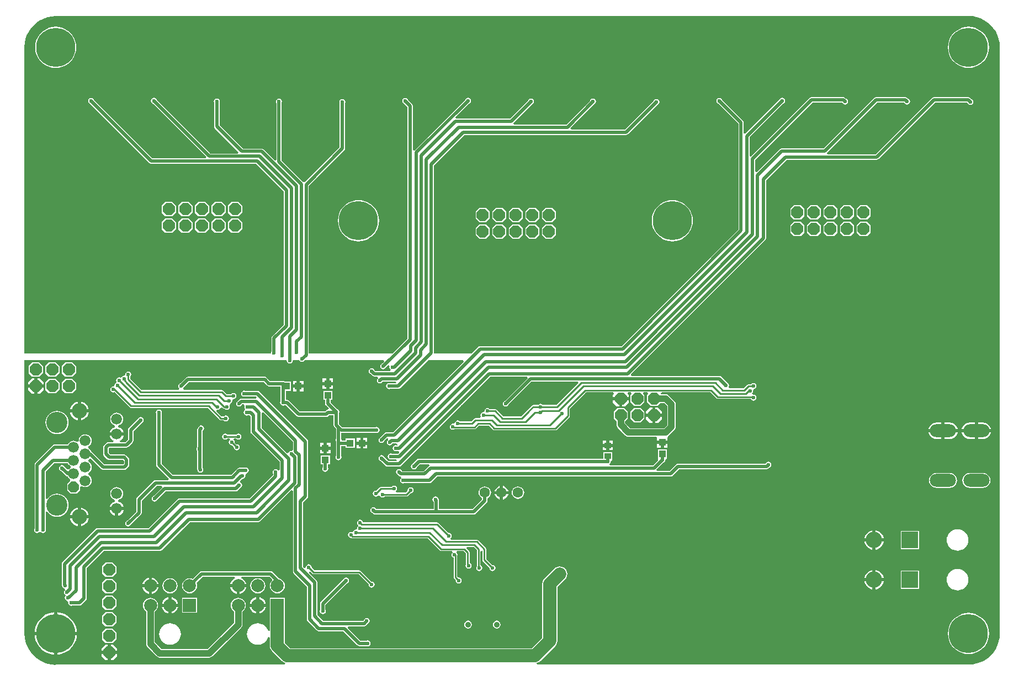
<source format=gbl>
G04 Layer_Physical_Order=2*
G04 Layer_Color=16711680*
%FSLAX44Y44*%
%MOMM*%
G71*
G01*
G75*
%ADD25R,1.0000X0.9000*%
%ADD48R,1.1000X1.1000*%
%ADD49R,1.1000X1.1000*%
%ADD57C,0.5000*%
%ADD58C,0.2540*%
%ADD59C,1.0000*%
%ADD60C,2.0000*%
%ADD69P,2.0345X8X292.5*%
%ADD70C,2.3550*%
%ADD71C,1.6764*%
%ADD72P,1.8145X8X292.5*%
%ADD73C,3.2500*%
%ADD74C,0.9000*%
%ADD75C,1.6000*%
%ADD76P,2.0345X8X22.5*%
%ADD77C,2.0000*%
%ADD78R,2.0000X2.0000*%
%ADD79O,4.0000X2.0000*%
%ADD80C,2.5000*%
%ADD81R,2.5000X2.5000*%
%ADD82C,6.0000*%
%ADD83C,0.6000*%
%ADD84C,1.0000*%
G36*
X1456222Y-2307D02*
X1462377Y-3532D01*
X1468320Y-5549D01*
X1473948Y-8324D01*
X1479166Y-11811D01*
X1483884Y-15949D01*
X1488022Y-20667D01*
X1491508Y-25885D01*
X1494284Y-31513D01*
X1496301Y-37455D01*
X1497525Y-43610D01*
X1497935Y-49858D01*
X1497921Y-49872D01*
X1497921D01*
X1497961Y-50074D01*
Y-950000D01*
X1498066Y-950528D01*
X1497693Y-956222D01*
X1496469Y-962377D01*
X1494451Y-968319D01*
X1491676Y-973948D01*
X1488189Y-979166D01*
X1484051Y-983884D01*
X1479333Y-988022D01*
X1474115Y-991508D01*
X1468487Y-994284D01*
X1462545Y-996301D01*
X1456390Y-997525D01*
X1450142Y-997935D01*
X1450128Y-997921D01*
Y-997921D01*
X1449926Y-997961D01*
X788214D01*
X787862Y-995454D01*
X790660Y-994295D01*
X793062Y-992452D01*
X815922Y-969592D01*
X815922Y-969592D01*
X817765Y-967190D01*
X818924Y-964392D01*
X819319Y-961390D01*
X819319Y-961390D01*
Y-878565D01*
X831162Y-866722D01*
X833005Y-864320D01*
X834164Y-861522D01*
X834559Y-858520D01*
X834164Y-855518D01*
X833005Y-852720D01*
X831162Y-850318D01*
X828760Y-848475D01*
X825962Y-847316D01*
X822960Y-846921D01*
X819958Y-847316D01*
X817160Y-848475D01*
X814758Y-850318D01*
X799518Y-865558D01*
X797675Y-867960D01*
X796516Y-870758D01*
X796121Y-873760D01*
X796121Y-873760D01*
Y-956585D01*
X780055Y-972651D01*
X409935D01*
X401489Y-964205D01*
Y-906780D01*
X401390Y-906026D01*
Y-895280D01*
X390644D01*
X389890Y-895181D01*
X389136Y-895280D01*
X378390D01*
Y-906026D01*
X378291Y-906780D01*
Y-945848D01*
X375751Y-946225D01*
X375208Y-944435D01*
X373676Y-941569D01*
X371614Y-939056D01*
X369101Y-936994D01*
X366235Y-935462D01*
X363125Y-934519D01*
X359890Y-934200D01*
X356656Y-934519D01*
X353545Y-935462D01*
X350679Y-936994D01*
X348166Y-939056D01*
X346104Y-941569D01*
X344572Y-944435D01*
X343629Y-947545D01*
X343310Y-950780D01*
X343629Y-954015D01*
X344572Y-957125D01*
X346104Y-959991D01*
X348166Y-962504D01*
X350679Y-964566D01*
X353545Y-966098D01*
X356656Y-967041D01*
X359890Y-967360D01*
X363125Y-967041D01*
X366235Y-966098D01*
X369101Y-964566D01*
X371614Y-962504D01*
X373676Y-959991D01*
X375208Y-957125D01*
X375751Y-955335D01*
X378291Y-955712D01*
Y-969010D01*
X378291Y-969010D01*
X378686Y-972012D01*
X379845Y-974810D01*
X381688Y-977212D01*
X396928Y-992452D01*
X396928Y-992452D01*
X399330Y-994295D01*
X402128Y-995454D01*
X401777Y-997961D01*
X50000D01*
X49472Y-998066D01*
X43778Y-997693D01*
X37623Y-996469D01*
X31681Y-994451D01*
X26052Y-991676D01*
X20834Y-988189D01*
X16116Y-984051D01*
X11978Y-979333D01*
X8492Y-974115D01*
X5716Y-968487D01*
X3699Y-962544D01*
X2475Y-956390D01*
X2065Y-950142D01*
X2079Y-950127D01*
X2079D01*
X2039Y-949926D01*
Y-530000D01*
X403646D01*
X404352Y-530860D01*
X404701Y-532616D01*
X405696Y-534104D01*
X407184Y-535099D01*
X408940Y-535448D01*
X410696Y-535099D01*
X412184Y-534104D01*
X413179Y-532616D01*
X413528Y-530860D01*
X414234Y-530000D01*
X423736D01*
X423751Y-530076D01*
X424746Y-531564D01*
X426234Y-532559D01*
X427990Y-532908D01*
X429746Y-532559D01*
X431234Y-531564D01*
X432229Y-530076D01*
X432244Y-530000D01*
X553114D01*
X554086Y-532347D01*
X550978Y-535455D01*
X550694Y-535511D01*
X549206Y-536506D01*
X548211Y-537994D01*
X547862Y-539750D01*
X548211Y-541506D01*
X549206Y-542994D01*
X550694Y-543989D01*
X552450Y-544338D01*
X554206Y-543989D01*
X555694Y-542994D01*
X556689Y-541506D01*
X556745Y-541222D01*
X559723Y-538244D01*
X562043Y-539249D01*
X562153Y-539407D01*
X561832Y-541020D01*
X562181Y-542776D01*
X563176Y-544264D01*
X563621Y-544562D01*
X562850Y-547102D01*
X540169D01*
X538965Y-545898D01*
X538909Y-545614D01*
X537914Y-544126D01*
X536426Y-543131D01*
X534670Y-542782D01*
X532914Y-543131D01*
X531426Y-544126D01*
X530431Y-545614D01*
X530082Y-547370D01*
X530431Y-549126D01*
X531426Y-550614D01*
X532914Y-551609D01*
X533198Y-551665D01*
X535596Y-554064D01*
X536919Y-554948D01*
X538480Y-555258D01*
X538480Y-555258D01*
X543800D01*
X544571Y-557798D01*
X544126Y-558096D01*
X543131Y-559584D01*
X542782Y-561340D01*
X543131Y-563096D01*
X544126Y-564584D01*
X545614Y-565579D01*
X547370Y-565928D01*
X549126Y-565579D01*
X550614Y-564584D01*
X551609Y-563096D01*
X551652Y-562878D01*
X571222D01*
X572637Y-565418D01*
X572182Y-566152D01*
X563336D01*
X563096Y-565991D01*
X561340Y-565642D01*
X559584Y-565991D01*
X558096Y-566986D01*
X557101Y-568474D01*
X556752Y-570230D01*
X557101Y-571986D01*
X558096Y-573474D01*
X559584Y-574469D01*
X561340Y-574818D01*
X563096Y-574469D01*
X563336Y-574308D01*
X575310D01*
X575310Y-574308D01*
X576871Y-573998D01*
X578194Y-573114D01*
X621308Y-530000D01*
X675034D01*
X676006Y-532347D01*
X567271Y-641082D01*
X557530D01*
X557530Y-641082D01*
X555969Y-641392D01*
X554646Y-642276D01*
X548438Y-648485D01*
X548154Y-648541D01*
X546666Y-649536D01*
X545671Y-651024D01*
X545322Y-652780D01*
X545671Y-654536D01*
X546666Y-656024D01*
X548154Y-657019D01*
X549910Y-657368D01*
X551666Y-657019D01*
X553154Y-656024D01*
X554149Y-654536D01*
X554205Y-654252D01*
X558437Y-650021D01*
X559539Y-650220D01*
X560044Y-652892D01*
X559366Y-653346D01*
X558371Y-654834D01*
X558022Y-656590D01*
X558371Y-658346D01*
X559366Y-659834D01*
X560854Y-660829D01*
X562610Y-661178D01*
X564366Y-660829D01*
X565854Y-659834D01*
X566849Y-658346D01*
X566892Y-658128D01*
X572583D01*
X573921Y-660421D01*
X573226Y-661271D01*
X571470Y-660922D01*
X569714Y-661271D01*
X568226Y-662266D01*
X567231Y-663754D01*
X566882Y-665510D01*
X567231Y-667266D01*
X568226Y-668754D01*
X569714Y-669749D01*
X571470Y-670098D01*
X573226Y-669749D01*
X573452Y-669598D01*
X575885Y-669722D01*
X576842Y-671462D01*
X576935Y-672057D01*
X574891Y-674102D01*
X565876D01*
X565636Y-673941D01*
X563880Y-673592D01*
X562124Y-673941D01*
X560636Y-674936D01*
X559641Y-676424D01*
X559292Y-678180D01*
X559641Y-679936D01*
X560636Y-681424D01*
X562124Y-682419D01*
X563880Y-682768D01*
X565636Y-682419D01*
X565876Y-682258D01*
X572311D01*
X573668Y-684798D01*
X573178Y-685532D01*
X560489D01*
X554205Y-679248D01*
X554149Y-678964D01*
X553154Y-677476D01*
X551666Y-676481D01*
X549910Y-676132D01*
X548154Y-676481D01*
X546666Y-677476D01*
X545671Y-678964D01*
X545322Y-680720D01*
X545671Y-682476D01*
X546666Y-683964D01*
X548154Y-684959D01*
X548438Y-685015D01*
X555916Y-692494D01*
X555916Y-692494D01*
X557239Y-693378D01*
X558800Y-693688D01*
X558800Y-693688D01*
X576580D01*
X576580Y-693688D01*
X578141Y-693378D01*
X579464Y-692494D01*
X716699Y-555258D01*
X772692D01*
X773744Y-557798D01*
X738938Y-592605D01*
X738654Y-592661D01*
X737166Y-593656D01*
X736171Y-595144D01*
X735822Y-596900D01*
X736171Y-598656D01*
X737166Y-600144D01*
X738654Y-601139D01*
X740410Y-601488D01*
X742166Y-601139D01*
X743654Y-600144D01*
X744649Y-598656D01*
X744705Y-598372D01*
X780199Y-562878D01*
X850665D01*
X851718Y-565418D01*
X817980Y-599156D01*
X797275D01*
X796994Y-598736D01*
X795506Y-597741D01*
X793750Y-597392D01*
X791994Y-597741D01*
X790506Y-598736D01*
X790225Y-599156D01*
X782320D01*
X782320Y-599156D01*
X781239Y-599371D01*
X780323Y-599983D01*
X773863Y-606443D01*
X773480Y-607015D01*
X763560Y-616936D01*
X736500D01*
X726007Y-606443D01*
X725091Y-605831D01*
X724010Y-605616D01*
X724010Y-605616D01*
X715885D01*
X715604Y-605196D01*
X714116Y-604201D01*
X712360Y-603852D01*
X710604Y-604201D01*
X709116Y-605196D01*
X708121Y-606684D01*
X707772Y-608440D01*
X706120Y-610092D01*
X704364Y-610441D01*
X702876Y-611436D01*
X701881Y-612924D01*
X701532Y-614680D01*
X701881Y-616436D01*
X702215Y-616936D01*
X700974Y-619476D01*
X693420D01*
X693420Y-619476D01*
X692339Y-619691D01*
X691423Y-620303D01*
X691423Y-620303D01*
X687170Y-624556D01*
X670275D01*
X669994Y-624136D01*
X668506Y-623141D01*
X666750Y-622792D01*
X664994Y-623141D01*
X663506Y-624136D01*
X662511Y-625624D01*
X662401Y-626179D01*
X661365Y-627575D01*
X659692Y-627984D01*
X659130Y-627872D01*
X657374Y-628221D01*
X655886Y-629216D01*
X654891Y-630704D01*
X654542Y-632460D01*
X654891Y-634216D01*
X655886Y-635704D01*
X657374Y-636699D01*
X659130Y-637048D01*
X660886Y-636699D01*
X662030Y-635934D01*
X692770D01*
X692770Y-635934D01*
X693851Y-635719D01*
X694767Y-635107D01*
X699050Y-630824D01*
X714460D01*
X720633Y-636997D01*
X721549Y-637609D01*
X722630Y-637824D01*
X816610D01*
X816610Y-637824D01*
X817691Y-637609D01*
X818607Y-636997D01*
X837657Y-617947D01*
X837657Y-617947D01*
X838269Y-617031D01*
X838484Y-615950D01*
Y-604420D01*
X863500Y-579404D01*
X905290D01*
X906262Y-581751D01*
X904702Y-583311D01*
Y-586780D01*
X928578D01*
Y-583311D01*
X927018Y-581751D01*
X927990Y-579404D01*
X932250D01*
X933222Y-581751D01*
X931142Y-583831D01*
Y-594729D01*
X936591Y-600178D01*
X947489D01*
X952938Y-594729D01*
Y-583831D01*
X950858Y-581751D01*
X951830Y-579404D01*
X957650D01*
X958622Y-581751D01*
X956542Y-583831D01*
Y-594729D01*
X961991Y-600178D01*
X972889D01*
X977231Y-595836D01*
X982804D01*
X987854Y-600886D01*
Y-629744D01*
X982804Y-634794D01*
X931086D01*
X923196Y-626904D01*
Y-624471D01*
X927538Y-620129D01*
Y-609231D01*
X922089Y-603782D01*
X911191D01*
X905742Y-609231D01*
Y-620129D01*
X910084Y-624471D01*
Y-629620D01*
X910307Y-631317D01*
X910962Y-632898D01*
X912004Y-634256D01*
X923734Y-645986D01*
X925092Y-647028D01*
X926673Y-647683D01*
X928370Y-647906D01*
X970081D01*
X972400Y-648440D01*
X972400Y-650446D01*
Y-653980D01*
X980440D01*
X988480D01*
Y-649542D01*
X988660Y-648121D01*
X989641Y-646381D01*
X990156Y-645986D01*
X999046Y-637096D01*
X1000088Y-635738D01*
X1000743Y-634157D01*
X1000966Y-632460D01*
Y-598170D01*
X1000743Y-596473D01*
X1000088Y-594892D01*
X999046Y-593534D01*
X990156Y-584644D01*
X988798Y-583602D01*
X987217Y-582947D01*
X985520Y-582724D01*
X978604D01*
X978025Y-581944D01*
X979304Y-579404D01*
X1054200D01*
X1063533Y-588737D01*
X1063533Y-588737D01*
X1064449Y-589349D01*
X1065530Y-589564D01*
X1115861D01*
X1115901Y-589766D01*
X1116896Y-591254D01*
X1118384Y-592249D01*
X1120140Y-592598D01*
X1121896Y-592249D01*
X1123384Y-591254D01*
X1124379Y-589766D01*
X1124728Y-588010D01*
X1124379Y-586254D01*
X1123384Y-584766D01*
X1121896Y-583771D01*
X1120140Y-583422D01*
X1119076Y-583633D01*
X1118085Y-581241D01*
X1118304Y-581094D01*
X1119299Y-579606D01*
X1119648Y-577850D01*
X1119536Y-577288D01*
X1119945Y-575615D01*
X1121341Y-574579D01*
X1121896Y-574469D01*
X1123384Y-573474D01*
X1124379Y-571986D01*
X1124728Y-570230D01*
X1124379Y-568474D01*
X1123384Y-566986D01*
X1121896Y-565991D01*
X1120140Y-565642D01*
X1118384Y-565991D01*
X1116896Y-566986D01*
X1116615Y-567406D01*
X1112520D01*
X1111439Y-567621D01*
X1110523Y-568233D01*
X1110523Y-568233D01*
X1105000Y-573756D01*
X1083376D01*
X1082135Y-571216D01*
X1082469Y-570716D01*
X1082818Y-568960D01*
X1082469Y-567204D01*
X1081474Y-565716D01*
X1079986Y-564721D01*
X1079702Y-564665D01*
X1070954Y-555916D01*
X1069631Y-555032D01*
X1068070Y-554722D01*
X1068070Y-554722D01*
X932918D01*
X931866Y-552182D01*
X1138264Y-345784D01*
X1138264Y-345784D01*
X1139148Y-344461D01*
X1139458Y-342900D01*
Y-254419D01*
X1171359Y-222518D01*
X1309370D01*
X1309370Y-222518D01*
X1310931Y-222208D01*
X1312254Y-221324D01*
X1398689Y-134888D01*
X1448106D01*
X1448725Y-135507D01*
X1448781Y-135790D01*
X1449776Y-137279D01*
X1451264Y-138273D01*
X1453020Y-138622D01*
X1454776Y-138273D01*
X1456264Y-137279D01*
X1457259Y-135790D01*
X1457608Y-134034D01*
X1457259Y-132278D01*
X1456264Y-130790D01*
X1454776Y-129795D01*
X1454492Y-129739D01*
X1452679Y-127926D01*
X1451356Y-127042D01*
X1449796Y-126732D01*
X1449796Y-126732D01*
X1397000D01*
X1397000Y-126732D01*
X1395439Y-127042D01*
X1394116Y-127926D01*
X1394116Y-127926D01*
X1307681Y-214362D01*
X1233778D01*
X1233680Y-214238D01*
X1232856Y-211822D01*
X1309789Y-134888D01*
X1351534D01*
X1351577Y-135106D01*
X1352571Y-136594D01*
X1354060Y-137589D01*
X1355816Y-137938D01*
X1357572Y-137589D01*
X1359060Y-136594D01*
X1360055Y-135106D01*
X1360404Y-133350D01*
X1360055Y-131594D01*
X1359060Y-130106D01*
X1357572Y-129111D01*
X1357288Y-129055D01*
X1356160Y-127926D01*
X1354836Y-127042D01*
X1353276Y-126732D01*
X1353276Y-126732D01*
X1308100D01*
X1308100Y-126732D01*
X1306539Y-127042D01*
X1305216Y-127926D01*
X1227671Y-205472D01*
X1163320D01*
X1163320Y-205472D01*
X1161759Y-205782D01*
X1160436Y-206666D01*
X1160436Y-206666D01*
X1125488Y-241614D01*
X1122948Y-240562D01*
Y-222669D01*
X1210729Y-134888D01*
X1256283D01*
X1256327Y-135106D01*
X1257321Y-136594D01*
X1258810Y-137589D01*
X1260566Y-137938D01*
X1262321Y-137589D01*
X1263810Y-136594D01*
X1264805Y-135106D01*
X1265154Y-133350D01*
X1264805Y-131594D01*
X1263810Y-130106D01*
X1262321Y-129111D01*
X1262038Y-129055D01*
X1260910Y-127926D01*
X1259586Y-127042D01*
X1258026Y-126732D01*
X1258026Y-126732D01*
X1209040D01*
X1207479Y-127042D01*
X1206156Y-127926D01*
X1206156Y-127926D01*
X1116598Y-217484D01*
X1114182Y-216660D01*
X1114058Y-216562D01*
Y-187835D01*
X1165518Y-136375D01*
X1165801Y-136319D01*
X1167290Y-135324D01*
X1168285Y-133836D01*
X1168634Y-132080D01*
X1168285Y-130324D01*
X1167290Y-128836D01*
X1165801Y-127841D01*
X1164046Y-127492D01*
X1162290Y-127841D01*
X1160801Y-128836D01*
X1159807Y-130324D01*
X1159750Y-130608D01*
X1107708Y-182650D01*
X1105292Y-181826D01*
X1105168Y-181728D01*
Y-165644D01*
X1105168Y-165644D01*
X1104858Y-164084D01*
X1103974Y-162761D01*
X1071961Y-130748D01*
X1071905Y-130464D01*
X1070910Y-128976D01*
X1069421Y-127981D01*
X1067666Y-127632D01*
X1065910Y-127981D01*
X1064421Y-128976D01*
X1063427Y-130464D01*
X1063077Y-132220D01*
X1063427Y-133976D01*
X1064421Y-135464D01*
X1065910Y-136459D01*
X1066193Y-136515D01*
X1097012Y-167334D01*
Y-329781D01*
X917791Y-509002D01*
X701040D01*
X701040Y-509002D01*
X699479Y-509312D01*
X698156Y-510196D01*
X698156Y-510196D01*
X688352Y-520000D01*
X630656D01*
X630188Y-519430D01*
Y-231027D01*
X676687Y-184528D01*
X924911D01*
X924911Y-184528D01*
X926472Y-184218D01*
X927795Y-183334D01*
X972800Y-138330D01*
X973083Y-138273D01*
X974571Y-137279D01*
X975566Y-135790D01*
X975915Y-134034D01*
X975566Y-132278D01*
X974571Y-130790D01*
X973083Y-129795D01*
X971327Y-129446D01*
X969571Y-129795D01*
X968083Y-130790D01*
X967088Y-132278D01*
X967032Y-132562D01*
X923222Y-176372D01*
X840461D01*
X839409Y-173832D01*
X875595Y-137645D01*
X875879Y-137589D01*
X877367Y-136594D01*
X878362Y-135106D01*
X878711Y-133350D01*
X878362Y-131594D01*
X877367Y-130106D01*
X875879Y-129111D01*
X874123Y-128762D01*
X872367Y-129111D01*
X870879Y-130106D01*
X869884Y-131594D01*
X869828Y-131878D01*
X833064Y-168642D01*
X752811D01*
X752712Y-168518D01*
X751889Y-166102D01*
X780345Y-137645D01*
X780629Y-137589D01*
X782117Y-136594D01*
X783112Y-135106D01*
X783461Y-133350D01*
X783112Y-131594D01*
X782117Y-130106D01*
X780629Y-129111D01*
X778873Y-128762D01*
X777117Y-129111D01*
X775629Y-130106D01*
X774634Y-131594D01*
X774577Y-131878D01*
X746703Y-159752D01*
X664041D01*
X662989Y-157212D01*
X683825Y-136375D01*
X684109Y-136319D01*
X685597Y-135324D01*
X686592Y-133836D01*
X686941Y-132080D01*
X686592Y-130324D01*
X685597Y-128836D01*
X684109Y-127841D01*
X682353Y-127492D01*
X680597Y-127841D01*
X679109Y-128836D01*
X678114Y-130324D01*
X678058Y-130608D01*
X600366Y-208299D01*
X600128Y-208655D01*
X597588Y-207884D01*
Y-139757D01*
X597588Y-139757D01*
X597278Y-138196D01*
X596394Y-136873D01*
X590268Y-130748D01*
X590212Y-130464D01*
X589217Y-128976D01*
X587729Y-127981D01*
X585973Y-127632D01*
X584217Y-127981D01*
X582729Y-128976D01*
X581734Y-130464D01*
X581385Y-132220D01*
X581734Y-133976D01*
X582729Y-135464D01*
X584217Y-136459D01*
X584500Y-136515D01*
X589432Y-141447D01*
Y-497001D01*
X566432Y-520000D01*
X438098D01*
Y-262359D01*
X492518Y-207940D01*
X492518Y-207940D01*
X493402Y-206616D01*
X493713Y-205056D01*
Y-136030D01*
X493873Y-135790D01*
X494222Y-134034D01*
X493873Y-132278D01*
X492879Y-130790D01*
X491390Y-129795D01*
X489634Y-129446D01*
X487878Y-129795D01*
X486390Y-130790D01*
X485395Y-132278D01*
X485046Y-134034D01*
X485395Y-135790D01*
X485556Y-136030D01*
Y-203366D01*
X432225Y-256697D01*
X429660Y-256957D01*
X428915Y-256538D01*
X396508Y-224131D01*
Y-135346D01*
X396669Y-135106D01*
X397018Y-133350D01*
X396669Y-131594D01*
X395674Y-130106D01*
X394186Y-129111D01*
X392430Y-128762D01*
X390674Y-129111D01*
X389186Y-130106D01*
X388191Y-131594D01*
X387842Y-133350D01*
X388191Y-135106D01*
X388352Y-135346D01*
Y-223046D01*
X385812Y-224098D01*
X368540Y-206826D01*
X367217Y-205942D01*
X365656Y-205632D01*
X365656Y-205632D01*
X336969D01*
X301258Y-169921D01*
Y-135346D01*
X301419Y-135106D01*
X301768Y-133350D01*
X301419Y-131594D01*
X300424Y-130106D01*
X298936Y-129111D01*
X297180Y-128762D01*
X295424Y-129111D01*
X293936Y-130106D01*
X292941Y-131594D01*
X292592Y-133350D01*
X292941Y-135106D01*
X293102Y-135346D01*
Y-171610D01*
X293102Y-171610D01*
X293412Y-173171D01*
X294296Y-174494D01*
X330434Y-210632D01*
X329382Y-213172D01*
X287519D01*
X204955Y-130608D01*
X204899Y-130324D01*
X203904Y-128836D01*
X202416Y-127841D01*
X200660Y-127492D01*
X198904Y-127841D01*
X197416Y-128836D01*
X196421Y-130324D01*
X196072Y-132080D01*
X196421Y-133836D01*
X197416Y-135324D01*
X198904Y-136319D01*
X199188Y-136375D01*
X280984Y-218172D01*
X279932Y-220712D01*
X198539D01*
X108575Y-130748D01*
X108519Y-130464D01*
X107524Y-128976D01*
X106036Y-127981D01*
X104280Y-127632D01*
X102524Y-127981D01*
X101036Y-128976D01*
X100041Y-130464D01*
X99692Y-132220D01*
X100041Y-133976D01*
X101036Y-135464D01*
X102524Y-136459D01*
X102808Y-136515D01*
X193966Y-227674D01*
X193966Y-227674D01*
X195289Y-228558D01*
X196850Y-228868D01*
X357721D01*
X399782Y-270929D01*
Y-475831D01*
X381926Y-493686D01*
X381042Y-495009D01*
X380732Y-496570D01*
X380732Y-496570D01*
Y-517434D01*
X380571Y-517674D01*
X380222Y-519430D01*
X379754Y-520000D01*
X2039D01*
Y-50000D01*
X1934Y-49472D01*
X2307Y-43778D01*
X3532Y-37623D01*
X5549Y-31681D01*
X8324Y-26052D01*
X11811Y-20834D01*
X15949Y-16116D01*
X20667Y-11978D01*
X25885Y-8492D01*
X31513Y-5716D01*
X37455Y-3699D01*
X43610Y-2475D01*
X49858Y-2065D01*
X49872Y-2079D01*
Y-2079D01*
X50074Y-2039D01*
X1450000D01*
X1450529Y-1934D01*
X1456222Y-2307D01*
D02*
G37*
%LPC*%
G36*
X1450000Y-18403D02*
X1445057Y-18792D01*
X1440236Y-19949D01*
X1435655Y-21846D01*
X1431427Y-24437D01*
X1427657Y-27657D01*
X1424437Y-31428D01*
X1421846Y-35655D01*
X1419949Y-40236D01*
X1418792Y-45057D01*
X1418403Y-50000D01*
X1418792Y-54943D01*
X1419949Y-59764D01*
X1421846Y-64345D01*
X1424437Y-68573D01*
X1427657Y-72343D01*
X1431427Y-75563D01*
X1435655Y-78154D01*
X1440236Y-80051D01*
X1445057Y-81208D01*
X1450000Y-81597D01*
X1454943Y-81208D01*
X1459764Y-80051D01*
X1464345Y-78154D01*
X1468573Y-75563D01*
X1472343Y-72343D01*
X1475563Y-68573D01*
X1478154Y-64345D01*
X1480051Y-59764D01*
X1481208Y-54943D01*
X1481597Y-50000D01*
X1481208Y-45057D01*
X1480051Y-40236D01*
X1478154Y-35655D01*
X1475563Y-31428D01*
X1472343Y-27657D01*
X1468573Y-24437D01*
X1464345Y-21846D01*
X1459764Y-19949D01*
X1454943Y-18792D01*
X1450000Y-18403D01*
D02*
G37*
G36*
X50000D02*
X45057Y-18792D01*
X40236Y-19949D01*
X35655Y-21846D01*
X31428Y-24437D01*
X27657Y-27657D01*
X24437Y-31428D01*
X21846Y-35655D01*
X19949Y-40236D01*
X18792Y-45057D01*
X18403Y-50000D01*
X18792Y-54943D01*
X19949Y-59764D01*
X21846Y-64345D01*
X24437Y-68573D01*
X27657Y-72343D01*
X31428Y-75563D01*
X35655Y-78154D01*
X40236Y-80051D01*
X45057Y-81208D01*
X50000Y-81597D01*
X54943Y-81208D01*
X59764Y-80051D01*
X64345Y-78154D01*
X68573Y-75563D01*
X72343Y-72343D01*
X75563Y-68573D01*
X78154Y-64345D01*
X80051Y-59764D01*
X81208Y-54943D01*
X81597Y-50000D01*
X81208Y-45057D01*
X80051Y-40236D01*
X78154Y-35655D01*
X75563Y-31428D01*
X72343Y-27657D01*
X68573Y-24437D01*
X64345Y-21846D01*
X59764Y-19949D01*
X54943Y-18792D01*
X50000Y-18403D01*
D02*
G37*
G36*
X330569Y-287552D02*
X319671D01*
X314222Y-293001D01*
Y-303899D01*
X319671Y-309348D01*
X330569D01*
X336018Y-303899D01*
Y-293001D01*
X330569Y-287552D01*
D02*
G37*
G36*
X305169D02*
X294271D01*
X288822Y-293001D01*
Y-303899D01*
X294271Y-309348D01*
X305169D01*
X310618Y-303899D01*
Y-293001D01*
X305169Y-287552D01*
D02*
G37*
G36*
X279769D02*
X268871D01*
X263422Y-293001D01*
Y-303899D01*
X268871Y-309348D01*
X279769D01*
X285218Y-303899D01*
Y-293001D01*
X279769Y-287552D01*
D02*
G37*
G36*
X254369D02*
X243471D01*
X238022Y-293001D01*
Y-303899D01*
X243471Y-309348D01*
X254369D01*
X259818Y-303899D01*
Y-293001D01*
X254369Y-287552D01*
D02*
G37*
G36*
X228969D02*
X218071D01*
X212622Y-293001D01*
Y-303899D01*
X218071Y-309348D01*
X228969D01*
X234418Y-303899D01*
Y-293001D01*
X228969Y-287552D01*
D02*
G37*
G36*
X1294499Y-292632D02*
X1283601D01*
X1278152Y-298081D01*
Y-308979D01*
X1283601Y-314428D01*
X1294499D01*
X1299948Y-308979D01*
Y-298081D01*
X1294499Y-292632D01*
D02*
G37*
G36*
X1269099D02*
X1258201D01*
X1252752Y-298081D01*
Y-308979D01*
X1258201Y-314428D01*
X1269099D01*
X1274548Y-308979D01*
Y-298081D01*
X1269099Y-292632D01*
D02*
G37*
G36*
X1243699D02*
X1232801D01*
X1227352Y-298081D01*
Y-308979D01*
X1232801Y-314428D01*
X1243699D01*
X1249148Y-308979D01*
Y-298081D01*
X1243699Y-292632D01*
D02*
G37*
G36*
X1218299D02*
X1207401D01*
X1201952Y-298081D01*
Y-308979D01*
X1207401Y-314428D01*
X1218299D01*
X1223748Y-308979D01*
Y-298081D01*
X1218299Y-292632D01*
D02*
G37*
G36*
X1192899D02*
X1182001D01*
X1176552Y-298081D01*
Y-308979D01*
X1182001Y-314428D01*
X1192899D01*
X1198348Y-308979D01*
Y-298081D01*
X1192899Y-292632D01*
D02*
G37*
G36*
X811899Y-296442D02*
X801001D01*
X795552Y-301891D01*
Y-312789D01*
X801001Y-318238D01*
X811899D01*
X817348Y-312789D01*
Y-301891D01*
X811899Y-296442D01*
D02*
G37*
G36*
X786499D02*
X775601D01*
X770152Y-301891D01*
Y-312789D01*
X775601Y-318238D01*
X786499D01*
X791948Y-312789D01*
Y-301891D01*
X786499Y-296442D01*
D02*
G37*
G36*
X761099D02*
X750201D01*
X744752Y-301891D01*
Y-312789D01*
X750201Y-318238D01*
X761099D01*
X766548Y-312789D01*
Y-301891D01*
X761099Y-296442D01*
D02*
G37*
G36*
X735699D02*
X724801D01*
X719352Y-301891D01*
Y-312789D01*
X724801Y-318238D01*
X735699D01*
X741148Y-312789D01*
Y-301891D01*
X735699Y-296442D01*
D02*
G37*
G36*
X710299D02*
X699401D01*
X693952Y-301891D01*
Y-312789D01*
X699401Y-318238D01*
X710299D01*
X715748Y-312789D01*
Y-301891D01*
X710299Y-296442D01*
D02*
G37*
G36*
X330569Y-312952D02*
X319671D01*
X314222Y-318401D01*
Y-329299D01*
X319671Y-334748D01*
X330569D01*
X336018Y-329299D01*
Y-318401D01*
X330569Y-312952D01*
D02*
G37*
G36*
X305169D02*
X294271D01*
X288822Y-318401D01*
Y-329299D01*
X294271Y-334748D01*
X305169D01*
X310618Y-329299D01*
Y-318401D01*
X305169Y-312952D01*
D02*
G37*
G36*
X279769D02*
X268871D01*
X263422Y-318401D01*
Y-329299D01*
X268871Y-334748D01*
X279769D01*
X285218Y-329299D01*
Y-318401D01*
X279769Y-312952D01*
D02*
G37*
G36*
X254369D02*
X243471D01*
X238022Y-318401D01*
Y-329299D01*
X243471Y-334748D01*
X254369D01*
X259818Y-329299D01*
Y-318401D01*
X254369Y-312952D01*
D02*
G37*
G36*
X228969D02*
X218071D01*
X212622Y-318401D01*
Y-329299D01*
X218071Y-334748D01*
X228969D01*
X234418Y-329299D01*
Y-318401D01*
X228969Y-312952D01*
D02*
G37*
G36*
X1294499Y-318032D02*
X1283601D01*
X1278152Y-323481D01*
Y-334379D01*
X1283601Y-339828D01*
X1294499D01*
X1299948Y-334379D01*
Y-323481D01*
X1294499Y-318032D01*
D02*
G37*
G36*
X1269099D02*
X1258201D01*
X1252752Y-323481D01*
Y-334379D01*
X1258201Y-339828D01*
X1269099D01*
X1274548Y-334379D01*
Y-323481D01*
X1269099Y-318032D01*
D02*
G37*
G36*
X1243699D02*
X1232801D01*
X1227352Y-323481D01*
Y-334379D01*
X1232801Y-339828D01*
X1243699D01*
X1249148Y-334379D01*
Y-323481D01*
X1243699Y-318032D01*
D02*
G37*
G36*
X1218299D02*
X1207401D01*
X1201952Y-323481D01*
Y-334379D01*
X1207401Y-339828D01*
X1218299D01*
X1223748Y-334379D01*
Y-323481D01*
X1218299Y-318032D01*
D02*
G37*
G36*
X1192899D02*
X1182001D01*
X1176552Y-323481D01*
Y-334379D01*
X1182001Y-339828D01*
X1192899D01*
X1198348Y-334379D01*
Y-323481D01*
X1192899Y-318032D01*
D02*
G37*
G36*
X811899Y-321842D02*
X801001D01*
X795552Y-327291D01*
Y-338189D01*
X801001Y-343638D01*
X811899D01*
X817348Y-338189D01*
Y-327291D01*
X811899Y-321842D01*
D02*
G37*
G36*
X786499D02*
X775601D01*
X770152Y-327291D01*
Y-338189D01*
X775601Y-343638D01*
X786499D01*
X791948Y-338189D01*
Y-327291D01*
X786499Y-321842D01*
D02*
G37*
G36*
X761099D02*
X750201D01*
X744752Y-327291D01*
Y-338189D01*
X750201Y-343638D01*
X761099D01*
X766548Y-338189D01*
Y-327291D01*
X761099Y-321842D01*
D02*
G37*
G36*
X735699D02*
X724801D01*
X719352Y-327291D01*
Y-338189D01*
X724801Y-343638D01*
X735699D01*
X741148Y-338189D01*
Y-327291D01*
X735699Y-321842D01*
D02*
G37*
G36*
X710299D02*
X699401D01*
X693952Y-327291D01*
Y-338189D01*
X699401Y-343638D01*
X710299D01*
X715748Y-338189D01*
Y-327291D01*
X710299Y-321842D01*
D02*
G37*
G36*
X995680Y-284633D02*
X990737Y-285022D01*
X985916Y-286179D01*
X981335Y-288076D01*
X977107Y-290667D01*
X973337Y-293887D01*
X970117Y-297658D01*
X967526Y-301885D01*
X965629Y-306466D01*
X964472Y-311287D01*
X964083Y-316230D01*
X964472Y-321173D01*
X965629Y-325994D01*
X967526Y-330575D01*
X970117Y-334803D01*
X973337Y-338573D01*
X977107Y-341793D01*
X981335Y-344384D01*
X985916Y-346281D01*
X990737Y-347438D01*
X995680Y-347827D01*
X1000623Y-347438D01*
X1005444Y-346281D01*
X1010025Y-344384D01*
X1014252Y-341793D01*
X1018023Y-338573D01*
X1021243Y-334803D01*
X1023833Y-330575D01*
X1025731Y-325994D01*
X1026888Y-321173D01*
X1027277Y-316230D01*
X1026888Y-311287D01*
X1025731Y-306466D01*
X1023833Y-301885D01*
X1021243Y-297658D01*
X1018023Y-293887D01*
X1014252Y-290667D01*
X1010025Y-288076D01*
X1005444Y-286179D01*
X1000623Y-285022D01*
X995680Y-284633D01*
D02*
G37*
G36*
X514350D02*
X509407Y-285022D01*
X504586Y-286179D01*
X500005Y-288076D01*
X495778Y-290667D01*
X492007Y-293887D01*
X488787Y-297658D01*
X486197Y-301885D01*
X484299Y-306466D01*
X483142Y-311287D01*
X482753Y-316230D01*
X483142Y-321173D01*
X484299Y-325994D01*
X486197Y-330575D01*
X488787Y-334803D01*
X492007Y-338573D01*
X495778Y-341793D01*
X500005Y-344384D01*
X504586Y-346281D01*
X509407Y-347438D01*
X514350Y-347827D01*
X519293Y-347438D01*
X524114Y-346281D01*
X528695Y-344384D01*
X532923Y-341793D01*
X536693Y-338573D01*
X539913Y-334803D01*
X542504Y-330575D01*
X544401Y-325994D01*
X545558Y-321173D01*
X545947Y-316230D01*
X545558Y-311287D01*
X544401Y-306466D01*
X542504Y-301885D01*
X539913Y-297658D01*
X536693Y-293887D01*
X532923Y-290667D01*
X528695Y-288076D01*
X524114Y-286179D01*
X519293Y-285022D01*
X514350Y-284633D01*
D02*
G37*
G36*
X75599Y-533932D02*
X64701D01*
X59252Y-539381D01*
Y-550279D01*
X64701Y-555728D01*
X75599D01*
X81048Y-550279D01*
Y-539381D01*
X75599Y-533932D01*
D02*
G37*
G36*
X50199D02*
X39301D01*
X33852Y-539381D01*
Y-550279D01*
X39301Y-555728D01*
X50199D01*
X55648Y-550279D01*
Y-539381D01*
X50199Y-533932D01*
D02*
G37*
G36*
X24799D02*
X13901D01*
X8452Y-539381D01*
Y-550279D01*
X13901Y-555728D01*
X24799D01*
X30248Y-550279D01*
Y-539381D01*
X24799Y-533932D01*
D02*
G37*
G36*
X161290Y-547862D02*
X159534Y-548211D01*
X158046Y-549206D01*
X157051Y-550694D01*
X156702Y-552450D01*
X155135Y-554017D01*
X153379Y-554366D01*
X151891Y-555361D01*
X150896Y-556849D01*
X149076Y-557101D01*
X147320Y-556752D01*
X145564Y-557101D01*
X144076Y-558096D01*
X143081Y-559584D01*
X142732Y-561340D01*
X142924Y-562307D01*
X142829Y-564916D01*
X141341Y-565911D01*
X140346Y-567399D01*
X139997Y-569155D01*
X138430Y-570722D01*
X136674Y-571071D01*
X135186Y-572066D01*
X134191Y-573554D01*
X133842Y-575310D01*
X134191Y-577066D01*
X135186Y-578554D01*
X136674Y-579549D01*
X138430Y-579898D01*
X140186Y-579549D01*
X140335Y-579449D01*
X163593Y-602707D01*
X163593Y-602707D01*
X164509Y-603319D01*
X165590Y-603534D01*
X165590Y-603534D01*
X283020D01*
X301243Y-621757D01*
X301243Y-621757D01*
X302159Y-622369D01*
X303240Y-622584D01*
X307625D01*
X307906Y-623004D01*
X309394Y-623999D01*
X311150Y-624348D01*
X312906Y-623999D01*
X314394Y-623004D01*
X315389Y-621516D01*
X315738Y-619760D01*
X315389Y-618004D01*
X314394Y-616516D01*
X312906Y-615521D01*
X311150Y-615172D01*
X309394Y-615521D01*
X307906Y-616516D01*
X307625Y-616936D01*
X304410D01*
X296135Y-608661D01*
X297424Y-606357D01*
X298450Y-606562D01*
X300206Y-606212D01*
X301694Y-605218D01*
X302689Y-603729D01*
X302703Y-603659D01*
X305459Y-602823D01*
X306613Y-603977D01*
X306613Y-603977D01*
X307529Y-604589D01*
X308610Y-604804D01*
X308610Y-604804D01*
X308895D01*
X309176Y-605224D01*
X310664Y-606219D01*
X312420Y-606568D01*
X314176Y-606219D01*
X315664Y-605224D01*
X316659Y-603736D01*
X317008Y-601980D01*
X316659Y-600224D01*
X316606Y-600146D01*
X317803Y-597365D01*
X317986Y-597329D01*
X319474Y-596334D01*
X320469Y-594846D01*
X320818Y-593090D01*
X320654Y-592265D01*
X322220Y-590276D01*
X322580Y-590058D01*
X324336Y-589709D01*
X325824Y-588714D01*
X326819Y-587226D01*
X327168Y-585470D01*
X326819Y-583714D01*
X325824Y-582226D01*
X324336Y-581231D01*
X322580Y-580882D01*
X320824Y-581231D01*
X319336Y-582226D01*
X319055Y-582646D01*
X312320D01*
X306835Y-577160D01*
X305918Y-576548D01*
X304837Y-576333D01*
X304837Y-576333D01*
X246108D01*
X245337Y-573793D01*
X245814Y-573474D01*
X246809Y-571986D01*
X246865Y-571702D01*
X254419Y-564148D01*
X369151D01*
X374306Y-569304D01*
X375629Y-570188D01*
X377190Y-570498D01*
X377190Y-570498D01*
X394702D01*
Y-593634D01*
X394541Y-593874D01*
X394192Y-595630D01*
X394541Y-597386D01*
X395536Y-598874D01*
X397024Y-599869D01*
X398780Y-600218D01*
X400536Y-599869D01*
X400776Y-599708D01*
X403441D01*
X420026Y-616294D01*
X420026Y-616294D01*
X421349Y-617178D01*
X422910Y-617488D01*
X464880D01*
X464880Y-617488D01*
X466441Y-617178D01*
X467764Y-616294D01*
X469529Y-614528D01*
X476172D01*
Y-630110D01*
X476172Y-630110D01*
X476482Y-631671D01*
X477366Y-632994D01*
X479792Y-635419D01*
Y-650784D01*
X479631Y-651024D01*
X479282Y-652780D01*
X479631Y-654536D01*
X479792Y-654776D01*
Y-677454D01*
X479631Y-677694D01*
X479282Y-679450D01*
X479631Y-681206D01*
X480626Y-682694D01*
X482114Y-683689D01*
X483870Y-684038D01*
X485626Y-683689D01*
X487114Y-682694D01*
X488109Y-681206D01*
X488458Y-679450D01*
X488109Y-677694D01*
X487948Y-677454D01*
Y-661938D01*
X494540D01*
Y-664860D01*
X508540D01*
Y-650860D01*
X494540D01*
Y-653782D01*
X489280D01*
X488458Y-652780D01*
X488109Y-651024D01*
X487948Y-650784D01*
Y-641618D01*
X540294D01*
X540534Y-641779D01*
X542290Y-642128D01*
X544046Y-641779D01*
X545534Y-640784D01*
X546529Y-639296D01*
X546878Y-637540D01*
X546529Y-635784D01*
X545534Y-634296D01*
X544046Y-633301D01*
X542290Y-632952D01*
X540534Y-633301D01*
X540294Y-633462D01*
X489369D01*
X486754Y-630846D01*
X486754Y-630846D01*
X484328Y-628421D01*
Y-611786D01*
X484489Y-611546D01*
X484838Y-609790D01*
X484489Y-608034D01*
X483494Y-606546D01*
X482006Y-605551D01*
X481722Y-605495D01*
X471438Y-595211D01*
Y-591310D01*
X471438Y-591310D01*
X474360D01*
Y-577310D01*
X460360D01*
Y-591310D01*
X463282D01*
X463282Y-591310D01*
Y-596900D01*
X463282Y-596900D01*
X463592Y-598461D01*
X464476Y-599784D01*
X468784Y-604092D01*
X468447Y-604905D01*
X467533Y-606433D01*
X466279Y-606682D01*
X464956Y-607566D01*
X464956Y-607566D01*
X463190Y-609332D01*
X424599D01*
X408014Y-592746D01*
X406691Y-591862D01*
X405130Y-591552D01*
X402858Y-590943D01*
Y-577230D01*
X410750D01*
Y-563230D01*
X401716D01*
X400851Y-562652D01*
X399290Y-562342D01*
X399290Y-562342D01*
X378879D01*
X373724Y-557186D01*
X372401Y-556302D01*
X370840Y-555992D01*
X370840Y-555992D01*
X252730D01*
X251169Y-556302D01*
X249846Y-557186D01*
X249846Y-557186D01*
X241098Y-565935D01*
X240814Y-565991D01*
X239326Y-566986D01*
X238331Y-568474D01*
X237982Y-570230D01*
X238331Y-571986D01*
X239326Y-573474D01*
X239803Y-573793D01*
X239032Y-576333D01*
X181547D01*
X164114Y-558900D01*
Y-555975D01*
X164534Y-555694D01*
X165529Y-554206D01*
X165878Y-552450D01*
X165529Y-550694D01*
X164534Y-549206D01*
X163046Y-548211D01*
X161290Y-547862D01*
D02*
G37*
G36*
X475400Y-558270D02*
X469860D01*
Y-563810D01*
X475400D01*
Y-558270D01*
D02*
G37*
G36*
X464860D02*
X459320D01*
Y-563810D01*
X464860D01*
Y-558270D01*
D02*
G37*
G36*
X25319Y-558292D02*
X21850D01*
Y-567730D01*
X31288D01*
Y-564261D01*
X25319Y-558292D01*
D02*
G37*
G36*
X429790Y-562190D02*
X424250D01*
Y-567730D01*
X429790D01*
Y-562190D01*
D02*
G37*
G36*
X419250D02*
X413710D01*
Y-567730D01*
X419250D01*
Y-562190D01*
D02*
G37*
G36*
X16850Y-558292D02*
X13381D01*
X7412Y-564261D01*
Y-567730D01*
X16850D01*
Y-558292D01*
D02*
G37*
G36*
X475400Y-568810D02*
X469860D01*
Y-574350D01*
X475400D01*
Y-568810D01*
D02*
G37*
G36*
X464860D02*
X459320D01*
Y-574350D01*
X464860D01*
Y-568810D01*
D02*
G37*
G36*
X429790Y-572730D02*
X424250D01*
Y-578270D01*
X429790D01*
Y-572730D01*
D02*
G37*
G36*
X419250D02*
X413710D01*
Y-578270D01*
X419250D01*
Y-572730D01*
D02*
G37*
G36*
X75599Y-559332D02*
X64701D01*
X59252Y-564781D01*
Y-575679D01*
X64701Y-581128D01*
X75599D01*
X81048Y-575679D01*
Y-564781D01*
X75599Y-559332D01*
D02*
G37*
G36*
X50199D02*
X39301D01*
X33852Y-564781D01*
Y-575679D01*
X39301Y-581128D01*
X50199D01*
X55648Y-575679D01*
Y-564781D01*
X50199Y-559332D01*
D02*
G37*
G36*
X31288Y-572730D02*
X21850D01*
Y-582168D01*
X25319D01*
X31288Y-576199D01*
Y-572730D01*
D02*
G37*
G36*
X16850D02*
X7412D01*
Y-576199D01*
X13381Y-582168D01*
X16850D01*
Y-572730D01*
D02*
G37*
G36*
X339090Y-577072D02*
X337334Y-577421D01*
X335846Y-578416D01*
X334851Y-579904D01*
X334502Y-581660D01*
X334851Y-583416D01*
X335846Y-584904D01*
X337334Y-585899D01*
X339090Y-586248D01*
X340846Y-585899D01*
X341086Y-585738D01*
X357384D01*
X358642Y-587201D01*
X357311Y-589397D01*
X357279Y-589432D01*
X334860D01*
X334860Y-589432D01*
X333299Y-589742D01*
X331976Y-590626D01*
X329998Y-592605D01*
X329714Y-592661D01*
X328226Y-593656D01*
X327231Y-595144D01*
X326882Y-596900D01*
X327231Y-598656D01*
X328226Y-600144D01*
X329714Y-601139D01*
X331470Y-601488D01*
X333226Y-601139D01*
X334714Y-600144D01*
X335709Y-598656D01*
X335765Y-598372D01*
X336304Y-597834D01*
X338864Y-598062D01*
X339953Y-600191D01*
X339931Y-600224D01*
X339582Y-601980D01*
X339931Y-603736D01*
X340339Y-604347D01*
X340765Y-605554D01*
X339802Y-607528D01*
X339656Y-607626D01*
X338661Y-609114D01*
X338312Y-610870D01*
X338661Y-612626D01*
X339656Y-614114D01*
X341144Y-615109D01*
X342900Y-615458D01*
X344656Y-615109D01*
X344896Y-614948D01*
X347561D01*
X348982Y-616369D01*
Y-640080D01*
X348982Y-640080D01*
X349292Y-641641D01*
X350176Y-642964D01*
X393432Y-686219D01*
Y-698740D01*
X390892Y-699511D01*
X390594Y-699066D01*
X389106Y-698071D01*
X387350Y-697722D01*
X385594Y-698071D01*
X384106Y-699066D01*
X383111Y-700554D01*
X382762Y-702310D01*
X383111Y-704066D01*
X383272Y-704306D01*
Y-706971D01*
X347561Y-742682D01*
X240030D01*
X238469Y-742992D01*
X237146Y-743876D01*
X237146Y-743876D01*
X192621Y-788402D01*
X114300D01*
X112739Y-788712D01*
X111416Y-789596D01*
X60616Y-840396D01*
X59732Y-841719D01*
X59422Y-843280D01*
X59422Y-843280D01*
Y-875030D01*
X59422Y-875030D01*
X59732Y-876591D01*
X60455Y-877672D01*
X60531Y-878056D01*
X61526Y-879544D01*
X63014Y-880539D01*
X63389Y-880613D01*
X64066Y-883216D01*
X63071Y-884704D01*
X62722Y-886460D01*
X63071Y-888216D01*
X64066Y-889704D01*
X64212Y-889802D01*
X65175Y-891776D01*
X64749Y-892983D01*
X64341Y-893594D01*
X63992Y-895350D01*
X64341Y-897106D01*
X65336Y-898594D01*
X66824Y-899589D01*
X67379Y-899699D01*
X68775Y-900735D01*
X69184Y-902408D01*
X69072Y-902970D01*
X69421Y-904726D01*
X70416Y-906214D01*
X71904Y-907209D01*
X73660Y-907558D01*
X75416Y-907209D01*
X75656Y-907048D01*
X86360D01*
X86360Y-907048D01*
X87921Y-906738D01*
X89244Y-905854D01*
X96204Y-898894D01*
X96204Y-898894D01*
X97088Y-897571D01*
X97398Y-896010D01*
X97398Y-896010D01*
Y-849439D01*
X123609Y-823228D01*
X209550D01*
X209550Y-823228D01*
X211111Y-822918D01*
X212434Y-822034D01*
X255689Y-778778D01*
X360680D01*
X360680Y-778778D01*
X362241Y-778468D01*
X363564Y-777584D01*
X411405Y-729743D01*
X413752Y-730715D01*
Y-854710D01*
X413752Y-854710D01*
X414062Y-856271D01*
X414946Y-857594D01*
X435342Y-877989D01*
Y-928370D01*
X435342Y-928370D01*
X435652Y-929931D01*
X436536Y-931254D01*
X450506Y-945224D01*
X450506Y-945224D01*
X451829Y-946108D01*
X453390Y-946418D01*
X491071D01*
X512736Y-968084D01*
X512736Y-968084D01*
X514059Y-968968D01*
X515620Y-969278D01*
X526324D01*
X526564Y-969439D01*
X528320Y-969788D01*
X530076Y-969439D01*
X531564Y-968444D01*
X532559Y-966956D01*
X532908Y-965200D01*
X532559Y-963444D01*
X531564Y-961956D01*
X530076Y-960961D01*
X528320Y-960612D01*
X526564Y-960961D01*
X526324Y-961122D01*
X517309D01*
X497526Y-941338D01*
X498578Y-938798D01*
X523240D01*
X523240Y-938798D01*
X524801Y-938488D01*
X526124Y-937604D01*
X528522Y-935205D01*
X528806Y-935149D01*
X530294Y-934154D01*
X531289Y-932666D01*
X531638Y-930910D01*
X531289Y-929154D01*
X530294Y-927666D01*
X528806Y-926671D01*
X527050Y-926322D01*
X525294Y-926671D01*
X523806Y-927666D01*
X522811Y-929154D01*
X522755Y-929438D01*
X521551Y-930642D01*
X460159D01*
X451118Y-921601D01*
Y-871220D01*
X451118Y-871220D01*
X450808Y-869659D01*
X449924Y-868336D01*
X449924Y-868336D01*
X438786Y-857198D01*
X439678Y-854498D01*
X440214Y-854418D01*
X443773Y-857977D01*
X444689Y-858589D01*
X445770Y-858804D01*
X514450D01*
X530180Y-874535D01*
X530082Y-875030D01*
X530431Y-876786D01*
X531426Y-878274D01*
X532914Y-879269D01*
X534670Y-879618D01*
X536426Y-879269D01*
X537914Y-878274D01*
X538909Y-876786D01*
X539258Y-875030D01*
X538909Y-873274D01*
X537914Y-871786D01*
X536426Y-870791D01*
X534670Y-870442D01*
X534174Y-870540D01*
X517617Y-853983D01*
X516701Y-853371D01*
X515620Y-853156D01*
X515620Y-853156D01*
X446940D01*
X442640Y-848856D01*
X442738Y-848360D01*
X442389Y-846604D01*
X441394Y-845116D01*
X439906Y-844121D01*
X438150Y-843772D01*
X436394Y-844121D01*
X434906Y-845116D01*
X433911Y-846604D01*
X433562Y-848360D01*
X433567Y-848388D01*
X431226Y-849639D01*
X429528Y-847941D01*
Y-748449D01*
X435954Y-742024D01*
X436838Y-740701D01*
X437148Y-739140D01*
X437148Y-739140D01*
Y-655320D01*
X436838Y-653759D01*
X435954Y-652436D01*
X435954Y-652436D01*
X362294Y-578776D01*
X360971Y-577892D01*
X359410Y-577582D01*
X359410Y-577582D01*
X341086D01*
X340846Y-577421D01*
X339090Y-577072D01*
D02*
G37*
G36*
X928578Y-591780D02*
X919140D01*
Y-601218D01*
X922609D01*
X928578Y-595249D01*
Y-591780D01*
D02*
G37*
G36*
X914140D02*
X904702D01*
Y-595249D01*
X910671Y-601218D01*
X914140D01*
Y-591780D01*
D02*
G37*
G36*
X88870Y-594201D02*
Y-605810D01*
X100479D01*
X100316Y-604573D01*
X98874Y-601091D01*
X96580Y-598100D01*
X93589Y-595806D01*
X90107Y-594363D01*
X88870Y-594201D01*
D02*
G37*
G36*
X83870D02*
X82633Y-594363D01*
X79151Y-595806D01*
X76160Y-598100D01*
X73866Y-601091D01*
X72423Y-604573D01*
X72260Y-605810D01*
X83870D01*
Y-594201D01*
D02*
G37*
G36*
X973409Y-602742D02*
X969940D01*
Y-612180D01*
X979378D01*
Y-608711D01*
X973409Y-602742D01*
D02*
G37*
G36*
X964940D02*
X961471D01*
X955502Y-608711D01*
Y-612180D01*
X964940D01*
Y-602742D01*
D02*
G37*
G36*
X100479Y-610810D02*
X88870D01*
Y-622419D01*
X90107Y-622257D01*
X93589Y-620814D01*
X96580Y-618520D01*
X98874Y-615529D01*
X100316Y-612047D01*
X100479Y-610810D01*
D02*
G37*
G36*
X83870D02*
X72260D01*
X72423Y-612047D01*
X73866Y-615529D01*
X76160Y-618520D01*
X79151Y-620814D01*
X82633Y-622257D01*
X83870Y-622419D01*
Y-610810D01*
D02*
G37*
G36*
X947489Y-603782D02*
X936591D01*
X931142Y-609231D01*
Y-620129D01*
X936591Y-625578D01*
X947489D01*
X952938Y-620129D01*
Y-609231D01*
X947489Y-603782D01*
D02*
G37*
G36*
X979378Y-617180D02*
X969940D01*
Y-626618D01*
X973409D01*
X979378Y-620649D01*
Y-617180D01*
D02*
G37*
G36*
X964940D02*
X955502D01*
Y-620649D01*
X961471Y-626618D01*
X964940D01*
Y-617180D01*
D02*
G37*
G36*
X1471970Y-626162D02*
X1464470D01*
Y-636310D01*
X1484289D01*
X1484187Y-635536D01*
X1482924Y-632486D01*
X1480914Y-629866D01*
X1478294Y-627856D01*
X1475244Y-626593D01*
X1471970Y-626162D01*
D02*
G37*
G36*
X1459470D02*
X1451970D01*
X1448696Y-626593D01*
X1445646Y-627856D01*
X1443026Y-629866D01*
X1441016Y-632486D01*
X1439753Y-635536D01*
X1439651Y-636310D01*
X1459470D01*
Y-626162D01*
D02*
G37*
G36*
X1420970D02*
X1413470D01*
Y-636310D01*
X1433289D01*
X1433187Y-635536D01*
X1431924Y-632486D01*
X1429914Y-629866D01*
X1427294Y-627856D01*
X1424244Y-626593D01*
X1420970Y-626162D01*
D02*
G37*
G36*
X1408470D02*
X1400970D01*
X1397696Y-626593D01*
X1394646Y-627856D01*
X1392026Y-629866D01*
X1390016Y-632486D01*
X1388753Y-635536D01*
X1388651Y-636310D01*
X1408470D01*
Y-626162D01*
D02*
G37*
G36*
X143470Y-611043D02*
X140890Y-611382D01*
X138486Y-612378D01*
X136422Y-613962D01*
X134838Y-616026D01*
X133842Y-618430D01*
X133503Y-621010D01*
X133842Y-623590D01*
X134838Y-625994D01*
X136422Y-628058D01*
X138486Y-629642D01*
X140890Y-630638D01*
X141018Y-630654D01*
Y-633216D01*
X140619Y-633269D01*
X137962Y-634370D01*
X135681Y-636120D01*
X133930Y-638402D01*
X132829Y-641059D01*
X132783Y-641410D01*
X143470D01*
X154157D01*
X154111Y-641059D01*
X153011Y-638402D01*
X151260Y-636120D01*
X148978Y-634370D01*
X146321Y-633269D01*
X145922Y-633216D01*
Y-630654D01*
X146050Y-630638D01*
X148454Y-629642D01*
X150518Y-628058D01*
X152102Y-625994D01*
X153098Y-623590D01*
X153437Y-621010D01*
X153098Y-618430D01*
X152102Y-616026D01*
X150518Y-613962D01*
X148454Y-612378D01*
X146050Y-611382D01*
X143470Y-611043D01*
D02*
G37*
G36*
X52070Y-608274D02*
X48590Y-608617D01*
X45244Y-609632D01*
X42161Y-611280D01*
X39458Y-613498D01*
X37240Y-616201D01*
X35592Y-619285D01*
X34577Y-622630D01*
X34234Y-626110D01*
X34577Y-629590D01*
X35592Y-632935D01*
X37240Y-636019D01*
X39458Y-638722D01*
X42161Y-640940D01*
X45244Y-642588D01*
X48590Y-643603D01*
X52070Y-643946D01*
X55550Y-643603D01*
X58896Y-642588D01*
X61979Y-640940D01*
X64682Y-638722D01*
X66900Y-636019D01*
X68548Y-632935D01*
X69563Y-629590D01*
X69906Y-626110D01*
X69563Y-622630D01*
X68548Y-619285D01*
X66900Y-616201D01*
X64682Y-613498D01*
X61979Y-611280D01*
X58896Y-609632D01*
X55550Y-608617D01*
X52070Y-608274D01*
D02*
G37*
G36*
X330200Y-643112D02*
X328444Y-643461D01*
X326956Y-644456D01*
X326675Y-644876D01*
X313405D01*
X313124Y-644456D01*
X311636Y-643461D01*
X309880Y-643112D01*
X308124Y-643461D01*
X306636Y-644456D01*
X305641Y-645944D01*
X305292Y-647700D01*
X305641Y-649456D01*
X306636Y-650944D01*
X308124Y-651939D01*
X309880Y-652288D01*
X311636Y-651939D01*
X313124Y-650944D01*
X313405Y-650524D01*
X316446D01*
X317217Y-653064D01*
X316796Y-653346D01*
X315801Y-654834D01*
X315452Y-656590D01*
X315801Y-658346D01*
X316796Y-659834D01*
X318284Y-660829D01*
X320040Y-661178D01*
X320536Y-661080D01*
X323170Y-663715D01*
X323072Y-664210D01*
X323421Y-665966D01*
X324416Y-667454D01*
X325904Y-668449D01*
X327660Y-668798D01*
X329416Y-668449D01*
X330904Y-667454D01*
X331899Y-665966D01*
X332248Y-664210D01*
X331899Y-662454D01*
X330904Y-660966D01*
X329416Y-659971D01*
X327660Y-659622D01*
X327164Y-659720D01*
X324530Y-657085D01*
X324628Y-656590D01*
X324279Y-654834D01*
X323284Y-653346D01*
X322863Y-653064D01*
X323634Y-650524D01*
X326675D01*
X326956Y-650944D01*
X328444Y-651939D01*
X330200Y-652288D01*
X331956Y-651939D01*
X333444Y-650944D01*
X334439Y-649456D01*
X334788Y-647700D01*
X334439Y-645944D01*
X333444Y-644456D01*
X331956Y-643461D01*
X330200Y-643112D01*
D02*
G37*
G36*
X1484289Y-641310D02*
X1464470D01*
Y-651458D01*
X1471970D01*
X1475244Y-651027D01*
X1478294Y-649764D01*
X1480914Y-647754D01*
X1482924Y-645134D01*
X1484187Y-642084D01*
X1484289Y-641310D01*
D02*
G37*
G36*
X1459470D02*
X1439651D01*
X1439753Y-642084D01*
X1441016Y-645134D01*
X1443026Y-647754D01*
X1445646Y-649764D01*
X1448696Y-651027D01*
X1451970Y-651458D01*
X1459470D01*
Y-641310D01*
D02*
G37*
G36*
X1433289D02*
X1413470D01*
Y-651458D01*
X1420970D01*
X1424244Y-651027D01*
X1427294Y-649764D01*
X1429914Y-647754D01*
X1431924Y-645134D01*
X1433187Y-642084D01*
X1433289Y-641310D01*
D02*
G37*
G36*
X1408470D02*
X1388651D01*
X1388753Y-642084D01*
X1390016Y-645134D01*
X1392026Y-647754D01*
X1394646Y-649764D01*
X1397696Y-651027D01*
X1400970Y-651458D01*
X1408470D01*
Y-641310D01*
D02*
G37*
G36*
X527580Y-649820D02*
X522040D01*
Y-655360D01*
X527580D01*
Y-649820D01*
D02*
G37*
G36*
X517040D02*
X511500D01*
Y-655360D01*
X517040D01*
Y-649820D01*
D02*
G37*
G36*
X180340Y-617712D02*
X178584Y-618061D01*
X177096Y-619056D01*
X176101Y-620544D01*
X176045Y-620828D01*
X162216Y-634656D01*
X161332Y-635979D01*
X161022Y-637540D01*
X161022Y-637540D01*
Y-652341D01*
X157061Y-656302D01*
X148731D01*
X148226Y-653762D01*
X148978Y-653450D01*
X151260Y-651700D01*
X153011Y-649418D01*
X154111Y-646761D01*
X154157Y-646410D01*
X143470D01*
X132783D01*
X132829Y-646761D01*
X133930Y-649418D01*
X135681Y-651700D01*
X137962Y-653450D01*
X138715Y-653762D01*
X138209Y-656302D01*
X130800D01*
X130800Y-656302D01*
X129239Y-656612D01*
X127916Y-657496D01*
X124106Y-661306D01*
X123222Y-662629D01*
X122912Y-664190D01*
X122912Y-664190D01*
Y-674350D01*
X122912Y-674350D01*
X123222Y-675911D01*
X124106Y-677234D01*
X129186Y-682314D01*
X129186Y-682314D01*
X130509Y-683198D01*
X132070Y-683509D01*
X132070Y-683509D01*
X153251D01*
X154672Y-684930D01*
Y-689171D01*
X153251Y-690592D01*
X124869D01*
X105834Y-671556D01*
X104511Y-670672D01*
X104387Y-670648D01*
X103902Y-669476D01*
X102318Y-667412D01*
X100254Y-665828D01*
X99787Y-665635D01*
Y-662885D01*
X100254Y-662692D01*
X102318Y-661108D01*
X103902Y-659044D01*
X104898Y-656640D01*
X105237Y-654060D01*
X104898Y-651480D01*
X103902Y-649076D01*
X102318Y-647012D01*
X100254Y-645428D01*
X97850Y-644432D01*
X95270Y-644093D01*
X92690Y-644432D01*
X90286Y-645428D01*
X88222Y-647012D01*
X86638Y-649076D01*
X85642Y-651480D01*
X85303Y-654060D01*
X85340Y-654341D01*
X82959Y-655716D01*
X82454Y-655328D01*
X80050Y-654332D01*
X77470Y-653992D01*
X74890Y-654332D01*
X72486Y-655328D01*
X70422Y-656912D01*
X68838Y-658976D01*
X68471Y-659862D01*
X48500D01*
X46940Y-660172D01*
X45616Y-661056D01*
X45616Y-661056D01*
X18696Y-687976D01*
X17812Y-689299D01*
X17502Y-690860D01*
X17502Y-690860D01*
Y-789214D01*
X17341Y-789454D01*
X16992Y-791210D01*
X17341Y-792966D01*
X18336Y-794454D01*
X19824Y-795449D01*
X21580Y-795798D01*
X23336Y-795449D01*
X24824Y-794454D01*
X27226D01*
X28714Y-795449D01*
X30470Y-795798D01*
X32226Y-795449D01*
X33714Y-794454D01*
X34709Y-792966D01*
X35058Y-791210D01*
X34709Y-789454D01*
X34548Y-789214D01*
Y-763372D01*
X37088Y-762736D01*
X37240Y-763019D01*
X39458Y-765722D01*
X42161Y-767940D01*
X45244Y-769588D01*
X48590Y-770603D01*
X52070Y-770946D01*
X55550Y-770603D01*
X58896Y-769588D01*
X61979Y-767940D01*
X64682Y-765722D01*
X66900Y-763019D01*
X68548Y-759936D01*
X69563Y-756590D01*
X69906Y-753110D01*
X69563Y-749630D01*
X68548Y-746284D01*
X66900Y-743201D01*
X64682Y-740498D01*
X61979Y-738280D01*
X58896Y-736632D01*
X55550Y-735617D01*
X52070Y-735274D01*
X48590Y-735617D01*
X45244Y-736632D01*
X42161Y-738280D01*
X39458Y-740498D01*
X37240Y-743201D01*
X37088Y-743484D01*
X34548Y-742848D01*
Y-701440D01*
X47570Y-688418D01*
X68455D01*
X68838Y-689343D01*
X70422Y-691408D01*
X72486Y-692992D01*
X72953Y-693185D01*
Y-695935D01*
X72486Y-696128D01*
X70422Y-697712D01*
X70200Y-698001D01*
X67665Y-698168D01*
X63975Y-694478D01*
X63919Y-694194D01*
X62924Y-692706D01*
X61436Y-691711D01*
X59680Y-691362D01*
X57924Y-691711D01*
X56436Y-692706D01*
X55441Y-694194D01*
X55092Y-695950D01*
X55441Y-697706D01*
X56436Y-699194D01*
X57924Y-700189D01*
X58208Y-700245D01*
X65586Y-707624D01*
X65586Y-707624D01*
X66909Y-708508D01*
X68454Y-708815D01*
X68838Y-709743D01*
X70422Y-711808D01*
X71948Y-712979D01*
X72065Y-715213D01*
X71906Y-715901D01*
X67588Y-720219D01*
Y-730101D01*
X72529Y-735042D01*
X82411D01*
X87352Y-730101D01*
Y-724842D01*
X89892Y-723589D01*
X90286Y-723892D01*
X92690Y-724888D01*
X95270Y-725227D01*
X97850Y-724888D01*
X100254Y-723892D01*
X102318Y-722308D01*
X103902Y-720244D01*
X104898Y-717840D01*
X105237Y-715260D01*
X104898Y-712680D01*
X103902Y-710276D01*
X102318Y-708212D01*
X100254Y-706628D01*
X99787Y-706435D01*
Y-703685D01*
X100254Y-703492D01*
X102318Y-701908D01*
X103902Y-699844D01*
X104898Y-697440D01*
X105237Y-694860D01*
X104898Y-692280D01*
X103902Y-689876D01*
X102318Y-687812D01*
X100254Y-686228D01*
X99787Y-686035D01*
Y-683285D01*
X100254Y-683092D01*
X102318Y-681508D01*
X104131Y-681389D01*
X120296Y-697554D01*
X120296Y-697554D01*
X121619Y-698438D01*
X123180Y-698749D01*
X123180Y-698748D01*
X154940D01*
X154940Y-698749D01*
X156501Y-698438D01*
X157824Y-697554D01*
X161634Y-693744D01*
X162518Y-692421D01*
X162828Y-690860D01*
X162828Y-690860D01*
Y-683240D01*
X162828Y-683240D01*
X162518Y-681680D01*
X161634Y-680356D01*
X157824Y-676546D01*
X156501Y-675662D01*
X154940Y-675352D01*
X154940Y-675352D01*
X133759D01*
X131068Y-672661D01*
Y-665880D01*
X132489Y-664458D01*
X158750D01*
X158750Y-664459D01*
X160311Y-664148D01*
X161634Y-663264D01*
X167984Y-656914D01*
X167984Y-656914D01*
X168868Y-655591D01*
X169178Y-654030D01*
Y-639229D01*
X181812Y-626595D01*
X182096Y-626539D01*
X183584Y-625544D01*
X184579Y-624056D01*
X184928Y-622300D01*
X184579Y-620544D01*
X183584Y-619056D01*
X182096Y-618061D01*
X180340Y-617712D01*
D02*
G37*
G36*
X904160Y-654250D02*
X899120D01*
Y-658790D01*
X904160D01*
Y-654250D01*
D02*
G37*
G36*
X894120D02*
X889080D01*
Y-658790D01*
X894120D01*
Y-654250D01*
D02*
G37*
G36*
X471590Y-657330D02*
X466050D01*
Y-662870D01*
X471590D01*
Y-657330D01*
D02*
G37*
G36*
X461050D02*
X455510D01*
Y-662870D01*
X461050D01*
Y-657330D01*
D02*
G37*
G36*
X988480Y-658980D02*
X982940D01*
Y-664520D01*
X988480D01*
Y-658980D01*
D02*
G37*
G36*
X977940D02*
X972400D01*
Y-664520D01*
X977940D01*
Y-658980D01*
D02*
G37*
G36*
X527580Y-660360D02*
X522040D01*
Y-665900D01*
X527580D01*
Y-660360D01*
D02*
G37*
G36*
X517040D02*
X511500D01*
Y-665900D01*
X517040D01*
Y-660360D01*
D02*
G37*
G36*
X904160Y-663790D02*
X899120D01*
Y-668330D01*
X904160D01*
Y-663790D01*
D02*
G37*
G36*
X894120D02*
X889080D01*
Y-668330D01*
X894120D01*
Y-663790D01*
D02*
G37*
G36*
X471590Y-667870D02*
X466050D01*
Y-673410D01*
X471590D01*
Y-667870D01*
D02*
G37*
G36*
X461050D02*
X455510D01*
Y-673410D01*
X461050D01*
Y-667870D01*
D02*
G37*
G36*
X987440Y-667480D02*
X973440D01*
Y-681480D01*
X973440D01*
X973912Y-684020D01*
X966051Y-691882D01*
X900190D01*
X899419Y-689342D01*
X899864Y-689044D01*
X900859Y-687556D01*
X901208Y-685800D01*
X903120Y-683290D01*
X903120D01*
Y-671290D01*
X890120D01*
Y-681722D01*
X607060D01*
X607060Y-681722D01*
X605499Y-682032D01*
X604176Y-682916D01*
X597968Y-689125D01*
X597684Y-689181D01*
X596196Y-690176D01*
X595201Y-691664D01*
X594852Y-693420D01*
X595201Y-695176D01*
X596196Y-696664D01*
X597684Y-697659D01*
X599440Y-698008D01*
X601196Y-697659D01*
X602684Y-696664D01*
X603679Y-695176D01*
X603735Y-694892D01*
X608749Y-689878D01*
X622658D01*
X623050Y-691069D01*
X623081Y-692418D01*
X622096Y-693076D01*
X622096Y-693076D01*
X614331Y-700842D01*
X580879D01*
X580875Y-700838D01*
X580819Y-700554D01*
X579824Y-699066D01*
X578336Y-698071D01*
X576580Y-697722D01*
X574824Y-698071D01*
X573336Y-699066D01*
X572341Y-700554D01*
X571992Y-702310D01*
X572341Y-704066D01*
X573336Y-705554D01*
X574824Y-706549D01*
X575108Y-706605D01*
X576306Y-707804D01*
X577629Y-708688D01*
X579190Y-708998D01*
X579190Y-708998D01*
X579255D01*
X580026Y-711538D01*
X579686Y-711766D01*
X578691Y-713254D01*
X578342Y-715010D01*
X578691Y-716766D01*
X579686Y-718254D01*
X581174Y-719249D01*
X582930Y-719598D01*
X584686Y-719249D01*
X584926Y-719088D01*
X623570D01*
X623570Y-719088D01*
X625131Y-718778D01*
X626454Y-717894D01*
X635419Y-708928D01*
X993140D01*
X993140Y-708928D01*
X994701Y-708618D01*
X996024Y-707734D01*
X1006259Y-697498D01*
X1140460D01*
X1140460Y-697498D01*
X1142021Y-697188D01*
X1143344Y-696304D01*
X1144472Y-695175D01*
X1144756Y-695119D01*
X1146244Y-694124D01*
X1147239Y-692636D01*
X1147588Y-690880D01*
X1147239Y-689124D01*
X1146244Y-687636D01*
X1144756Y-686641D01*
X1143000Y-686292D01*
X1141244Y-686641D01*
X1139756Y-687636D01*
X1138761Y-689124D01*
X1138718Y-689342D01*
X1004570D01*
X1003009Y-689652D01*
X1001686Y-690536D01*
X991451Y-700772D01*
X972158D01*
X972060Y-700648D01*
X971236Y-698232D01*
X981912Y-687555D01*
X982196Y-687499D01*
X983684Y-686504D01*
X984679Y-685016D01*
X985028Y-683260D01*
X987264Y-681480D01*
X987440D01*
Y-667480D01*
D02*
G37*
G36*
X470550Y-676370D02*
X456550D01*
Y-690370D01*
X459472D01*
Y-695234D01*
X459311Y-695474D01*
X458962Y-697230D01*
X459311Y-698986D01*
X460306Y-700474D01*
X461794Y-701469D01*
X463550Y-701818D01*
X465306Y-701469D01*
X466794Y-700474D01*
X467789Y-698986D01*
X468138Y-697230D01*
X467789Y-695474D01*
X467628Y-695234D01*
Y-690370D01*
X470550D01*
Y-676370D01*
D02*
G37*
G36*
X273050Y-630412D02*
X271294Y-630761D01*
X269806Y-631756D01*
X268811Y-633244D01*
X268755Y-633528D01*
X268236Y-634046D01*
X267352Y-635369D01*
X267042Y-636930D01*
X267042Y-636930D01*
Y-663841D01*
X266271Y-664994D01*
X265922Y-666750D01*
X266271Y-668506D01*
X267042Y-669659D01*
Y-697840D01*
X267042Y-697840D01*
X267352Y-699401D01*
X267379Y-699441D01*
X267541Y-700256D01*
X268536Y-701744D01*
X270024Y-702739D01*
X271780Y-703088D01*
X273536Y-702739D01*
X275024Y-701744D01*
X276019Y-700256D01*
X276368Y-698500D01*
X276019Y-696744D01*
X275198Y-695516D01*
Y-667360D01*
X275088Y-666803D01*
X275098Y-666750D01*
X275088Y-666697D01*
X275198Y-666140D01*
Y-638977D01*
X276294Y-638244D01*
X277289Y-636756D01*
X277638Y-635000D01*
X277289Y-633244D01*
X276294Y-631756D01*
X274806Y-630761D01*
X273050Y-630412D01*
D02*
G37*
G36*
X208280Y-606282D02*
X206524Y-606631D01*
X205036Y-607626D01*
X204041Y-609114D01*
X203692Y-610870D01*
X204041Y-612626D01*
X204202Y-612866D01*
Y-690880D01*
X204202Y-690880D01*
X204512Y-692441D01*
X205396Y-693764D01*
X223834Y-712202D01*
X222782Y-714742D01*
X203200D01*
X203200Y-714742D01*
X201639Y-715052D01*
X200316Y-715936D01*
X200316Y-715936D01*
X174916Y-741336D01*
X174032Y-742659D01*
X173722Y-744220D01*
X173722Y-744220D01*
Y-762851D01*
X159818Y-776755D01*
X159534Y-776811D01*
X158046Y-777806D01*
X157051Y-779294D01*
X156702Y-781050D01*
X157051Y-782806D01*
X158046Y-784294D01*
X159534Y-785289D01*
X161290Y-785638D01*
X163046Y-785289D01*
X164534Y-784294D01*
X165529Y-782806D01*
X165585Y-782522D01*
X180684Y-767424D01*
X180684Y-767424D01*
X181568Y-766101D01*
X181878Y-764540D01*
X181878Y-764540D01*
Y-745909D01*
X204889Y-722898D01*
X212752D01*
X212850Y-723022D01*
X213674Y-725438D01*
X200458Y-738655D01*
X200174Y-738711D01*
X198686Y-739706D01*
X197691Y-741194D01*
X197342Y-742950D01*
X197691Y-744706D01*
X198686Y-746194D01*
X200174Y-747189D01*
X201930Y-747538D01*
X203686Y-747189D01*
X205174Y-746194D01*
X206169Y-744706D01*
X206225Y-744422D01*
X218859Y-731788D01*
X326390D01*
X326390Y-731788D01*
X327951Y-731478D01*
X329274Y-730594D01*
X332942Y-726925D01*
X333226Y-726869D01*
X334714Y-725874D01*
X335709Y-724386D01*
X336058Y-722630D01*
X335709Y-720874D01*
X334714Y-719386D01*
X333509Y-718580D01*
X333129Y-717801D01*
X332784Y-715713D01*
X335827Y-712671D01*
X336550Y-712815D01*
X338306Y-712466D01*
X339794Y-711471D01*
X340789Y-709982D01*
X341138Y-708227D01*
X340853Y-706793D01*
X341101Y-706017D01*
X342338Y-704217D01*
X343386Y-704009D01*
X344874Y-703014D01*
X345869Y-701526D01*
X346218Y-699770D01*
X345869Y-698014D01*
X344874Y-696526D01*
X343386Y-695531D01*
X341630Y-695182D01*
X339874Y-695531D01*
X339634Y-695692D01*
X331470D01*
X329909Y-696002D01*
X328586Y-696886D01*
X328586Y-696886D01*
X319201Y-706272D01*
X229439D01*
X212358Y-689191D01*
Y-612866D01*
X212519Y-612626D01*
X212868Y-610870D01*
X212519Y-609114D01*
X211524Y-607626D01*
X210036Y-606631D01*
X208280Y-606282D01*
D02*
G37*
G36*
X1471970Y-703411D02*
X1451970D01*
X1448968Y-703806D01*
X1446170Y-704965D01*
X1443768Y-706808D01*
X1441925Y-709210D01*
X1440766Y-712008D01*
X1440371Y-715010D01*
X1440766Y-718012D01*
X1441925Y-720810D01*
X1443768Y-723212D01*
X1446170Y-725055D01*
X1448968Y-726214D01*
X1451970Y-726609D01*
X1471970D01*
X1474972Y-726214D01*
X1477770Y-725055D01*
X1480172Y-723212D01*
X1482015Y-720810D01*
X1483174Y-718012D01*
X1483569Y-715010D01*
X1483174Y-712008D01*
X1482015Y-709210D01*
X1480172Y-706808D01*
X1477770Y-704965D01*
X1474972Y-703806D01*
X1471970Y-703411D01*
D02*
G37*
G36*
X1420970D02*
X1400970D01*
X1397968Y-703806D01*
X1395170Y-704965D01*
X1392768Y-706808D01*
X1390925Y-709210D01*
X1389766Y-712008D01*
X1389371Y-715010D01*
X1389766Y-718012D01*
X1390925Y-720810D01*
X1392768Y-723212D01*
X1395170Y-725055D01*
X1397968Y-726214D01*
X1400970Y-726609D01*
X1420970D01*
X1423972Y-726214D01*
X1426770Y-725055D01*
X1429172Y-723212D01*
X1431015Y-720810D01*
X1432174Y-718012D01*
X1432569Y-715010D01*
X1432174Y-712008D01*
X1431015Y-709210D01*
X1429172Y-706808D01*
X1426770Y-704965D01*
X1423972Y-703806D01*
X1420970Y-703411D01*
D02*
G37*
G36*
X568960Y-723122D02*
X567204Y-723471D01*
X565716Y-724466D01*
X565435Y-724886D01*
X548640D01*
X547559Y-725101D01*
X546643Y-725713D01*
X541516Y-730840D01*
X541020Y-730742D01*
X539264Y-731091D01*
X537776Y-732086D01*
X536781Y-733574D01*
X536432Y-735330D01*
X536781Y-737086D01*
X537776Y-738574D01*
X539264Y-739569D01*
X541020Y-739918D01*
X542776Y-739569D01*
X544264Y-738574D01*
X544365Y-738424D01*
X545481Y-738394D01*
X547203Y-738748D01*
X547936Y-739844D01*
X549424Y-740839D01*
X551180Y-741188D01*
X552936Y-740839D01*
X554424Y-739844D01*
X554705Y-739424D01*
X588010D01*
X588010Y-739424D01*
X589091Y-739209D01*
X590007Y-738597D01*
X593865Y-734740D01*
X594360Y-734838D01*
X596116Y-734489D01*
X597604Y-733494D01*
X598599Y-732006D01*
X598948Y-730250D01*
X598599Y-728494D01*
X597604Y-727006D01*
X596116Y-726011D01*
X594360Y-725662D01*
X592604Y-726011D01*
X591116Y-727006D01*
X590121Y-728494D01*
X589772Y-730250D01*
X589870Y-730745D01*
X586840Y-733776D01*
X572554D01*
X571783Y-731236D01*
X572204Y-730954D01*
X573199Y-729466D01*
X573548Y-727710D01*
X573199Y-725954D01*
X572204Y-724466D01*
X570716Y-723471D01*
X568960Y-723122D01*
D02*
G37*
G36*
X736140Y-723528D02*
Y-731330D01*
X743942D01*
X743909Y-731078D01*
X742847Y-728514D01*
X741157Y-726313D01*
X738956Y-724623D01*
X736392Y-723561D01*
X736140Y-723528D01*
D02*
G37*
G36*
X731140D02*
X730889Y-723561D01*
X728325Y-724623D01*
X726123Y-726313D01*
X724433Y-728514D01*
X723371Y-731078D01*
X723338Y-731330D01*
X731140D01*
Y-723528D01*
D02*
G37*
G36*
X759040Y-724248D02*
X756560Y-724575D01*
X754249Y-725532D01*
X752265Y-727055D01*
X750742Y-729039D01*
X749785Y-731350D01*
X749458Y-733830D01*
X749785Y-736310D01*
X750742Y-738621D01*
X752265Y-740605D01*
X754249Y-742128D01*
X756560Y-743085D01*
X759040Y-743412D01*
X761520Y-743085D01*
X763831Y-742128D01*
X765816Y-740605D01*
X767338Y-738621D01*
X768296Y-736310D01*
X768622Y-733830D01*
X768296Y-731350D01*
X767338Y-729039D01*
X765816Y-727055D01*
X763831Y-725532D01*
X761520Y-724575D01*
X759040Y-724248D01*
D02*
G37*
G36*
X743942Y-736330D02*
X736140D01*
Y-744132D01*
X736392Y-744099D01*
X738956Y-743037D01*
X741157Y-741347D01*
X742847Y-739146D01*
X743909Y-736581D01*
X743942Y-736330D01*
D02*
G37*
G36*
X731140D02*
X723338D01*
X723371Y-736581D01*
X724433Y-739146D01*
X726123Y-741347D01*
X728325Y-743037D01*
X730889Y-744099D01*
X731140Y-744132D01*
Y-736330D01*
D02*
G37*
G36*
X143470Y-725343D02*
X140890Y-725682D01*
X138486Y-726678D01*
X136422Y-728262D01*
X134838Y-730326D01*
X133842Y-732730D01*
X133503Y-735310D01*
X133842Y-737890D01*
X134838Y-740294D01*
X136422Y-742358D01*
X138486Y-743942D01*
X140890Y-744938D01*
X141018Y-744954D01*
Y-747516D01*
X140619Y-747569D01*
X137962Y-748670D01*
X135681Y-750420D01*
X133930Y-752702D01*
X132829Y-755359D01*
X132783Y-755710D01*
X143470D01*
X154157D01*
X154111Y-755359D01*
X153011Y-752702D01*
X151260Y-750420D01*
X148978Y-748670D01*
X146321Y-747569D01*
X145922Y-747516D01*
Y-744954D01*
X146050Y-744938D01*
X148454Y-743942D01*
X150518Y-742358D01*
X152102Y-740294D01*
X153098Y-737890D01*
X153437Y-735310D01*
X153098Y-732730D01*
X152102Y-730326D01*
X150518Y-728262D01*
X148454Y-726678D01*
X146050Y-725682D01*
X143470Y-725343D01*
D02*
G37*
G36*
X708240Y-724248D02*
X705760Y-724575D01*
X703449Y-725532D01*
X701465Y-727055D01*
X699942Y-729039D01*
X698985Y-731350D01*
X698658Y-733830D01*
X698985Y-736310D01*
X699942Y-738621D01*
X701465Y-740605D01*
X703320Y-742029D01*
X703518Y-743242D01*
X703612Y-744770D01*
X689191Y-759192D01*
X637808D01*
Y-745490D01*
X637808Y-745490D01*
X637498Y-743929D01*
X636775Y-742848D01*
X636699Y-742464D01*
X635704Y-740976D01*
X634216Y-739981D01*
X632460Y-739632D01*
X630704Y-739981D01*
X629216Y-740976D01*
X628221Y-742464D01*
X627872Y-744220D01*
X628221Y-745976D01*
X629216Y-747464D01*
X629652Y-747756D01*
Y-759192D01*
X541492D01*
X541449Y-758974D01*
X540454Y-757486D01*
X538966Y-756491D01*
X537210Y-756142D01*
X535454Y-756491D01*
X533966Y-757486D01*
X532971Y-758974D01*
X532622Y-760730D01*
X532971Y-762486D01*
X533966Y-763974D01*
X535454Y-764969D01*
X535738Y-765025D01*
X536866Y-766154D01*
X536866Y-766154D01*
X538189Y-767038D01*
X539750Y-767348D01*
X690880D01*
X690880Y-767348D01*
X692441Y-767038D01*
X693764Y-766154D01*
X711124Y-748794D01*
X711124Y-748794D01*
X712008Y-747471D01*
X712318Y-745910D01*
Y-742423D01*
X713031Y-742128D01*
X715015Y-740605D01*
X716538Y-738621D01*
X717495Y-736310D01*
X717822Y-733830D01*
X717495Y-731350D01*
X716538Y-729039D01*
X715015Y-727055D01*
X713031Y-725532D01*
X710720Y-724575D01*
X708240Y-724248D01*
D02*
G37*
G36*
X88870Y-756800D02*
Y-768410D01*
X100479D01*
X100316Y-767173D01*
X98874Y-763691D01*
X96580Y-760700D01*
X93589Y-758406D01*
X90107Y-756963D01*
X88870Y-756800D01*
D02*
G37*
G36*
X83870D02*
X82633Y-756963D01*
X79151Y-758406D01*
X76160Y-760700D01*
X73866Y-763691D01*
X72423Y-767173D01*
X72260Y-768410D01*
X83870D01*
Y-756800D01*
D02*
G37*
G36*
X154157Y-760710D02*
X145970D01*
Y-768897D01*
X146321Y-768851D01*
X148978Y-767750D01*
X151260Y-766000D01*
X153011Y-763718D01*
X154111Y-761061D01*
X154157Y-760710D01*
D02*
G37*
G36*
X140970D02*
X132783D01*
X132829Y-761061D01*
X133930Y-763718D01*
X135681Y-766000D01*
X137962Y-767750D01*
X140619Y-768851D01*
X140970Y-768897D01*
Y-760710D01*
D02*
G37*
G36*
X100479Y-773410D02*
X88870D01*
Y-785019D01*
X90107Y-784856D01*
X93589Y-783414D01*
X96580Y-781119D01*
X98874Y-778129D01*
X100316Y-774647D01*
X100479Y-773410D01*
D02*
G37*
G36*
X83870D02*
X72260D01*
X72423Y-774647D01*
X73866Y-778129D01*
X76160Y-781119D01*
X79151Y-783414D01*
X82633Y-784856D01*
X83870Y-785019D01*
Y-773410D01*
D02*
G37*
G36*
X516890Y-775192D02*
X515134Y-775541D01*
X513646Y-776536D01*
X512651Y-778024D01*
X512302Y-779780D01*
X512651Y-781536D01*
X513646Y-783024D01*
Y-785426D01*
X512651Y-786914D01*
X512302Y-788670D01*
X510540Y-790432D01*
X508784Y-790781D01*
X507296Y-791776D01*
X506598Y-792820D01*
X504676Y-794591D01*
X502920Y-794242D01*
X501164Y-794591D01*
X499676Y-795586D01*
X498681Y-797074D01*
X498332Y-798830D01*
X498681Y-800586D01*
X499676Y-802074D01*
X501164Y-803069D01*
X502920Y-803418D01*
X503619Y-803279D01*
X503799Y-803399D01*
X504880Y-803614D01*
X504880Y-803614D01*
X620550D01*
X639353Y-822417D01*
X639353Y-822417D01*
X640269Y-823029D01*
X641350Y-823244D01*
X641350Y-823244D01*
X658076D01*
X658847Y-825784D01*
X658426Y-826066D01*
X657431Y-827554D01*
X657082Y-829310D01*
X657431Y-831066D01*
X658426Y-832554D01*
X659914Y-833549D01*
X660116Y-833589D01*
Y-863600D01*
X660116Y-863600D01*
X660331Y-864681D01*
X660943Y-865597D01*
X663530Y-868185D01*
X663432Y-868680D01*
X663781Y-870436D01*
X664776Y-871924D01*
X666264Y-872919D01*
X668020Y-873268D01*
X669776Y-872919D01*
X671264Y-871924D01*
X672259Y-870436D01*
X672608Y-868680D01*
X672259Y-866924D01*
X671264Y-865436D01*
X669776Y-864441D01*
X668020Y-864092D01*
X667524Y-864190D01*
X665764Y-862430D01*
Y-831282D01*
X665909Y-831066D01*
X666258Y-829310D01*
X665909Y-827554D01*
X664914Y-826066D01*
X664493Y-825784D01*
X665264Y-823244D01*
X675740D01*
X679166Y-826670D01*
Y-843848D01*
X679021Y-844064D01*
X678672Y-845820D01*
X679021Y-847576D01*
X680016Y-849064D01*
X681504Y-850059D01*
X683260Y-850408D01*
X685016Y-850059D01*
X686504Y-849064D01*
X687499Y-847576D01*
X687848Y-845820D01*
X687499Y-844064D01*
X686504Y-842576D01*
X685016Y-841581D01*
X684814Y-841541D01*
Y-825500D01*
X684814Y-825500D01*
X684599Y-824419D01*
X683987Y-823503D01*
X683987Y-823503D01*
X679918Y-819434D01*
X680971Y-816894D01*
X690980D01*
X695676Y-821590D01*
Y-847658D01*
X695531Y-847874D01*
X695182Y-849630D01*
X695531Y-851386D01*
X696526Y-852874D01*
X698014Y-853869D01*
X699770Y-854218D01*
X701526Y-853869D01*
X703014Y-852874D01*
X704009Y-851386D01*
X704358Y-849630D01*
X704009Y-847874D01*
X703014Y-846386D01*
X701526Y-845391D01*
X701324Y-845351D01*
Y-824236D01*
X703864Y-822878D01*
X704566Y-823347D01*
Y-836930D01*
X704566Y-836930D01*
X704781Y-838011D01*
X705393Y-838927D01*
X715600Y-849135D01*
X715502Y-849630D01*
X715851Y-851386D01*
X716846Y-852874D01*
X718334Y-853869D01*
X720090Y-854218D01*
X721846Y-853869D01*
X723334Y-852874D01*
X724329Y-851386D01*
X724678Y-849630D01*
X724329Y-847874D01*
X723334Y-846386D01*
X721846Y-845391D01*
X720090Y-845042D01*
X719594Y-845140D01*
X710214Y-835760D01*
Y-820420D01*
X709999Y-819339D01*
X709387Y-818423D01*
X697957Y-806993D01*
X697041Y-806381D01*
X695960Y-806166D01*
X695960Y-806166D01*
X656374D01*
X655603Y-803626D01*
X656024Y-803344D01*
X657019Y-801856D01*
X657368Y-800100D01*
X657019Y-798344D01*
X656024Y-796856D01*
X654536Y-795861D01*
X652780Y-795512D01*
X652284Y-795610D01*
X636997Y-780323D01*
X636081Y-779711D01*
X635000Y-779496D01*
X635000Y-779496D01*
X521422D01*
X521129Y-778024D01*
X520134Y-776536D01*
X518646Y-775541D01*
X516890Y-775192D01*
D02*
G37*
G36*
X1307670Y-791583D02*
Y-803950D01*
X1320037D01*
X1319993Y-803502D01*
X1319133Y-800667D01*
X1317736Y-798054D01*
X1315856Y-795764D01*
X1313566Y-793884D01*
X1310954Y-792488D01*
X1308118Y-791628D01*
X1307670Y-791583D01*
D02*
G37*
G36*
X1302670Y-791583D02*
X1302222Y-791628D01*
X1299387Y-792488D01*
X1296774Y-793884D01*
X1294484Y-795764D01*
X1292604Y-798054D01*
X1291208Y-800667D01*
X1290348Y-803502D01*
X1290304Y-803950D01*
X1302670D01*
Y-791583D01*
D02*
G37*
G36*
X1374170Y-792450D02*
X1346170D01*
Y-820450D01*
X1374170D01*
Y-792450D01*
D02*
G37*
G36*
X1302670Y-808950D02*
X1290304D01*
X1290348Y-809398D01*
X1291208Y-812233D01*
X1292604Y-814846D01*
X1294484Y-817136D01*
X1296774Y-819016D01*
X1299387Y-820412D01*
X1302222Y-821272D01*
X1302670Y-821317D01*
Y-808950D01*
D02*
G37*
G36*
X1320037D02*
X1307670D01*
Y-821317D01*
X1308118Y-821272D01*
X1310954Y-820412D01*
X1313566Y-819016D01*
X1315856Y-817136D01*
X1317736Y-814846D01*
X1319133Y-812233D01*
X1319993Y-809398D01*
X1320037Y-808950D01*
D02*
G37*
G36*
X1433170Y-789870D02*
X1429935Y-790189D01*
X1426825Y-791132D01*
X1423959Y-792664D01*
X1421446Y-794726D01*
X1419384Y-797239D01*
X1417852Y-800105D01*
X1416909Y-803215D01*
X1416590Y-806450D01*
X1416909Y-809685D01*
X1417852Y-812795D01*
X1419384Y-815661D01*
X1421446Y-818174D01*
X1423959Y-820236D01*
X1426825Y-821768D01*
X1429935Y-822711D01*
X1433170Y-823030D01*
X1436405Y-822711D01*
X1439515Y-821768D01*
X1442381Y-820236D01*
X1444894Y-818174D01*
X1446956Y-815661D01*
X1448488Y-812795D01*
X1449431Y-809685D01*
X1449750Y-806450D01*
X1449431Y-803215D01*
X1448488Y-800105D01*
X1446956Y-797239D01*
X1444894Y-794726D01*
X1442381Y-792664D01*
X1439515Y-791132D01*
X1436405Y-790189D01*
X1433170Y-789870D01*
D02*
G37*
G36*
X137529Y-841272D02*
X126631D01*
X121182Y-846721D01*
Y-857619D01*
X126631Y-863068D01*
X137529D01*
X142978Y-857619D01*
Y-846721D01*
X137529Y-841272D01*
D02*
G37*
G36*
X1307670Y-852543D02*
Y-864910D01*
X1320037D01*
X1319993Y-864462D01*
X1319133Y-861627D01*
X1317736Y-859014D01*
X1315856Y-856724D01*
X1313566Y-854844D01*
X1310954Y-853448D01*
X1308118Y-852588D01*
X1307670Y-852543D01*
D02*
G37*
G36*
X1302670Y-852543D02*
X1302222Y-852588D01*
X1299387Y-853448D01*
X1296774Y-854844D01*
X1294484Y-856724D01*
X1292604Y-859014D01*
X1291208Y-861627D01*
X1290348Y-864462D01*
X1290304Y-864910D01*
X1302670D01*
Y-852543D01*
D02*
G37*
G36*
X197770Y-864461D02*
Y-874280D01*
X207589D01*
X207487Y-873506D01*
X206224Y-870456D01*
X204214Y-867836D01*
X201594Y-865826D01*
X198544Y-864563D01*
X197770Y-864461D01*
D02*
G37*
G36*
X192770D02*
X191996Y-864563D01*
X188946Y-865826D01*
X186327Y-867836D01*
X184317Y-870456D01*
X183053Y-873506D01*
X182951Y-874280D01*
X192770D01*
Y-864461D01*
D02*
G37*
G36*
X1374170Y-853410D02*
X1346170D01*
Y-881410D01*
X1374170D01*
Y-853410D01*
D02*
G37*
G36*
X1302670Y-869910D02*
X1290304D01*
X1290348Y-870358D01*
X1291208Y-873193D01*
X1292604Y-875806D01*
X1294484Y-878096D01*
X1296774Y-879976D01*
X1299387Y-881372D01*
X1302222Y-882232D01*
X1302670Y-882277D01*
Y-869910D01*
D02*
G37*
G36*
X1320037D02*
X1307670D01*
Y-882277D01*
X1308118Y-882232D01*
X1310954Y-881372D01*
X1313566Y-879976D01*
X1315856Y-878096D01*
X1317736Y-875806D01*
X1319133Y-873193D01*
X1319993Y-870358D01*
X1320037Y-869910D01*
D02*
G37*
G36*
X1433170Y-850830D02*
X1429935Y-851149D01*
X1426825Y-852092D01*
X1423959Y-853624D01*
X1421446Y-855686D01*
X1419384Y-858199D01*
X1417852Y-861065D01*
X1416909Y-864175D01*
X1416590Y-867410D01*
X1416909Y-870645D01*
X1417852Y-873755D01*
X1419384Y-876621D01*
X1421446Y-879134D01*
X1423959Y-881196D01*
X1426825Y-882728D01*
X1429935Y-883671D01*
X1433170Y-883990D01*
X1436405Y-883671D01*
X1439515Y-882728D01*
X1442381Y-881196D01*
X1444894Y-879134D01*
X1446956Y-876621D01*
X1448488Y-873755D01*
X1449431Y-870645D01*
X1449750Y-867410D01*
X1449431Y-864175D01*
X1448488Y-861065D01*
X1446956Y-858199D01*
X1444894Y-855686D01*
X1442381Y-853624D01*
X1439515Y-852092D01*
X1436405Y-851149D01*
X1433170Y-850830D01*
D02*
G37*
G36*
X379730Y-854442D02*
X379730Y-854442D01*
X273530D01*
X271969Y-854752D01*
X270646Y-855636D01*
X259993Y-866289D01*
X258272Y-865576D01*
X255270Y-865181D01*
X252268Y-865576D01*
X249470Y-866735D01*
X247068Y-868578D01*
X245225Y-870981D01*
X244066Y-873778D01*
X243671Y-876780D01*
X244066Y-879782D01*
X245225Y-882580D01*
X247068Y-884982D01*
X249470Y-886825D01*
X252268Y-887984D01*
X255270Y-888379D01*
X258272Y-887984D01*
X261070Y-886825D01*
X263472Y-884982D01*
X265315Y-882580D01*
X266474Y-879782D01*
X266869Y-876780D01*
X266474Y-873778D01*
X265761Y-872057D01*
X275219Y-862598D01*
X324722D01*
X325227Y-865138D01*
X323566Y-865826D01*
X320947Y-867836D01*
X318937Y-870456D01*
X317673Y-873506D01*
X317571Y-874280D01*
X342209D01*
X342107Y-873506D01*
X340844Y-870456D01*
X338834Y-867836D01*
X336214Y-865826D01*
X334553Y-865138D01*
X335058Y-862598D01*
X378041D01*
X381832Y-866389D01*
X381688Y-868578D01*
X379845Y-870981D01*
X378686Y-873778D01*
X378291Y-876780D01*
X378686Y-879782D01*
X379845Y-882580D01*
X381688Y-884982D01*
X384090Y-886825D01*
X386888Y-887984D01*
X389890Y-888379D01*
X392892Y-887984D01*
X395690Y-886825D01*
X398092Y-884982D01*
X399935Y-882580D01*
X401094Y-879782D01*
X401489Y-876780D01*
X401094Y-873778D01*
X399935Y-870981D01*
X398092Y-868578D01*
X395690Y-866735D01*
X392892Y-865576D01*
X392502Y-865525D01*
X382614Y-855636D01*
X381291Y-854752D01*
X381032Y-854701D01*
X379730Y-854442D01*
D02*
G37*
G36*
X359890Y-865181D02*
X356888Y-865576D01*
X354090Y-866735D01*
X351688Y-868578D01*
X349845Y-870981D01*
X348686Y-873778D01*
X348291Y-876780D01*
X348686Y-879782D01*
X349845Y-882580D01*
X351688Y-884982D01*
X354090Y-886825D01*
X356888Y-887984D01*
X359890Y-888379D01*
X362892Y-887984D01*
X365690Y-886825D01*
X368092Y-884982D01*
X369935Y-882580D01*
X371094Y-879782D01*
X371489Y-876780D01*
X371094Y-873778D01*
X369935Y-870981D01*
X368092Y-868578D01*
X365690Y-866735D01*
X362892Y-865576D01*
X359890Y-865181D01*
D02*
G37*
G36*
X225270D02*
X222268Y-865576D01*
X219471Y-866735D01*
X217068Y-868578D01*
X215225Y-870981D01*
X214066Y-873778D01*
X213671Y-876780D01*
X214066Y-879782D01*
X215225Y-882580D01*
X217068Y-884982D01*
X219471Y-886825D01*
X222268Y-887984D01*
X225270Y-888379D01*
X228272Y-887984D01*
X231070Y-886825D01*
X233472Y-884982D01*
X235315Y-882580D01*
X236474Y-879782D01*
X236869Y-876780D01*
X236474Y-873778D01*
X235315Y-870981D01*
X233472Y-868578D01*
X231070Y-866735D01*
X228272Y-865576D01*
X225270Y-865181D01*
D02*
G37*
G36*
X137529Y-866672D02*
X126631D01*
X121182Y-872121D01*
Y-883019D01*
X126631Y-888468D01*
X137529D01*
X142978Y-883019D01*
Y-872121D01*
X137529Y-866672D01*
D02*
G37*
G36*
X342209Y-879280D02*
X332390D01*
Y-889099D01*
X333164Y-888997D01*
X336214Y-887734D01*
X338834Y-885724D01*
X340844Y-883104D01*
X342107Y-880054D01*
X342209Y-879280D01*
D02*
G37*
G36*
X327390D02*
X317571D01*
X317673Y-880054D01*
X318937Y-883104D01*
X320947Y-885724D01*
X323566Y-887734D01*
X326617Y-888997D01*
X327390Y-889099D01*
Y-879280D01*
D02*
G37*
G36*
X207589D02*
X197770D01*
Y-889099D01*
X198544Y-888997D01*
X201594Y-887734D01*
X204214Y-885724D01*
X206224Y-883104D01*
X207487Y-880054D01*
X207589Y-879280D01*
D02*
G37*
G36*
X192770D02*
X182951D01*
X183053Y-880054D01*
X184317Y-883104D01*
X186327Y-885724D01*
X188946Y-887734D01*
X191996Y-888997D01*
X192770Y-889099D01*
Y-879280D01*
D02*
G37*
G36*
X362390Y-894461D02*
Y-904280D01*
X372209D01*
X372107Y-903506D01*
X370844Y-900456D01*
X368834Y-897836D01*
X366214Y-895826D01*
X363164Y-894563D01*
X362390Y-894461D01*
D02*
G37*
G36*
X357390D02*
X356617Y-894563D01*
X353566Y-895826D01*
X350946Y-897836D01*
X348936Y-900456D01*
X347673Y-903506D01*
X347571Y-904280D01*
X357390D01*
Y-894461D01*
D02*
G37*
G36*
X227770D02*
Y-904280D01*
X237589D01*
X237487Y-903506D01*
X236224Y-900456D01*
X234214Y-897836D01*
X231594Y-895826D01*
X228544Y-894563D01*
X227770Y-894461D01*
D02*
G37*
G36*
X222770D02*
X221996Y-894563D01*
X218946Y-895826D01*
X216326Y-897836D01*
X214316Y-900456D01*
X213053Y-903506D01*
X212951Y-904280D01*
X222770D01*
Y-894461D01*
D02*
G37*
G36*
X137529Y-892072D02*
X126631D01*
X121182Y-897521D01*
Y-908419D01*
X126631Y-913868D01*
X137529D01*
X142978Y-908419D01*
Y-897521D01*
X137529Y-892072D01*
D02*
G37*
G36*
X266770Y-895280D02*
X243770D01*
Y-918280D01*
X266770D01*
Y-895280D01*
D02*
G37*
G36*
X372209Y-909280D02*
X362390D01*
Y-919099D01*
X363164Y-918997D01*
X366214Y-917734D01*
X368834Y-915724D01*
X370844Y-913104D01*
X372107Y-910054D01*
X372209Y-909280D01*
D02*
G37*
G36*
X357390D02*
X347571D01*
X347673Y-910054D01*
X348936Y-913104D01*
X350946Y-915724D01*
X353566Y-917734D01*
X356617Y-918997D01*
X357390Y-919099D01*
Y-909280D01*
D02*
G37*
G36*
X237589D02*
X227770D01*
Y-919099D01*
X228544Y-918997D01*
X231594Y-917734D01*
X234214Y-915724D01*
X236224Y-913104D01*
X237487Y-910054D01*
X237589Y-909280D01*
D02*
G37*
G36*
X222770D02*
X212951D01*
X213053Y-910054D01*
X214316Y-913104D01*
X216326Y-915724D01*
X218946Y-917734D01*
X221996Y-918997D01*
X222770Y-919099D01*
Y-909280D01*
D02*
G37*
G36*
X495190Y-864092D02*
X493434Y-864441D01*
X491946Y-865436D01*
X490951Y-866924D01*
X490895Y-867208D01*
X456671Y-901431D01*
X455787Y-902754D01*
X455477Y-904315D01*
X455477Y-904315D01*
Y-913859D01*
X455316Y-914099D01*
X454967Y-915855D01*
X455316Y-917611D01*
X456311Y-919099D01*
X457799Y-920094D01*
X459555Y-920443D01*
X461311Y-920094D01*
X462799Y-919099D01*
X463794Y-917611D01*
X464143Y-915855D01*
X463794Y-914099D01*
X463633Y-913859D01*
Y-906004D01*
X496662Y-872975D01*
X496946Y-872919D01*
X498434Y-871924D01*
X499429Y-870436D01*
X499778Y-868680D01*
X499429Y-866924D01*
X498434Y-865436D01*
X496946Y-864441D01*
X495190Y-864092D01*
D02*
G37*
G36*
X137529Y-917472D02*
X126631D01*
X121182Y-922921D01*
Y-933819D01*
X126631Y-939268D01*
X137529D01*
X142978Y-933819D01*
Y-922921D01*
X137529Y-917472D01*
D02*
G37*
G36*
X726340Y-930262D02*
X723999Y-930728D01*
X722014Y-932054D01*
X720688Y-934039D01*
X720223Y-936380D01*
X720688Y-938721D01*
X722014Y-940706D01*
X723999Y-942032D01*
X726340Y-942497D01*
X728681Y-942032D01*
X730666Y-940706D01*
X731992Y-938721D01*
X732458Y-936380D01*
X731992Y-934039D01*
X730666Y-932054D01*
X728681Y-930728D01*
X726340Y-930262D01*
D02*
G37*
G36*
X682340D02*
X679999Y-930728D01*
X678014Y-932054D01*
X676688Y-934039D01*
X676223Y-936380D01*
X676688Y-938721D01*
X678014Y-940706D01*
X679999Y-942032D01*
X682340Y-942497D01*
X684681Y-942032D01*
X686666Y-940706D01*
X687992Y-938721D01*
X688458Y-936380D01*
X687992Y-934039D01*
X686666Y-932054D01*
X684681Y-930728D01*
X682340Y-930262D01*
D02*
G37*
G36*
X52500Y-917556D02*
Y-947500D01*
X82444D01*
X82239Y-944894D01*
X81043Y-939913D01*
X79083Y-935182D01*
X76407Y-930814D01*
X73080Y-926920D01*
X69186Y-923593D01*
X64819Y-920917D01*
X60086Y-918957D01*
X55106Y-917761D01*
X52500Y-917556D01*
D02*
G37*
G36*
X47500D02*
X44894Y-917761D01*
X39913Y-918957D01*
X35182Y-920917D01*
X30814Y-923593D01*
X26920Y-926920D01*
X23593Y-930814D01*
X20917Y-935182D01*
X18957Y-939913D01*
X17761Y-944894D01*
X17556Y-947500D01*
X47500D01*
Y-917556D01*
D02*
G37*
G36*
X137529Y-942872D02*
X126631D01*
X121182Y-948321D01*
Y-959219D01*
X126631Y-964668D01*
X137529D01*
X142978Y-959219D01*
Y-948321D01*
X137529Y-942872D01*
D02*
G37*
G36*
X225270Y-934200D02*
X222036Y-934519D01*
X218925Y-935462D01*
X216059Y-936994D01*
X213546Y-939056D01*
X211484Y-941569D01*
X209952Y-944435D01*
X209009Y-947545D01*
X208690Y-950780D01*
X209009Y-954015D01*
X209952Y-957125D01*
X211484Y-959991D01*
X213546Y-962504D01*
X216059Y-964566D01*
X218925Y-966098D01*
X222036Y-967041D01*
X225270Y-967360D01*
X228505Y-967041D01*
X231615Y-966098D01*
X234481Y-964566D01*
X236994Y-962504D01*
X239056Y-959991D01*
X240588Y-957125D01*
X241531Y-954015D01*
X241850Y-950780D01*
X241531Y-947545D01*
X240588Y-944435D01*
X239056Y-941569D01*
X236994Y-939056D01*
X234481Y-936994D01*
X231615Y-935462D01*
X228505Y-934519D01*
X225270Y-934200D01*
D02*
G37*
G36*
X329890Y-895181D02*
X326888Y-895576D01*
X324090Y-896735D01*
X321688Y-898578D01*
X319845Y-900980D01*
X318686Y-903778D01*
X318291Y-906780D01*
X318686Y-909782D01*
X319845Y-912580D01*
X321688Y-914982D01*
X323334Y-916245D01*
Y-933584D01*
X283034Y-973884D01*
X212266D01*
X201826Y-963445D01*
Y-916245D01*
X203472Y-914982D01*
X205315Y-912580D01*
X206474Y-909782D01*
X206869Y-906780D01*
X206474Y-903778D01*
X205315Y-900980D01*
X203472Y-898578D01*
X201070Y-896735D01*
X198272Y-895576D01*
X195270Y-895181D01*
X192268Y-895576D01*
X189471Y-896735D01*
X187068Y-898578D01*
X185225Y-900980D01*
X184066Y-903778D01*
X183671Y-906780D01*
X184066Y-909782D01*
X185225Y-912580D01*
X187068Y-914982D01*
X188714Y-916245D01*
Y-966160D01*
X188937Y-967857D01*
X189592Y-969438D01*
X190634Y-970796D01*
X204914Y-985076D01*
X206272Y-986118D01*
X207853Y-986773D01*
X209550Y-986996D01*
X285750D01*
X287447Y-986773D01*
X289028Y-986118D01*
X290386Y-985076D01*
X334526Y-940936D01*
X335568Y-939578D01*
X336223Y-937997D01*
X336446Y-936300D01*
Y-916245D01*
X338092Y-914982D01*
X339935Y-912580D01*
X341094Y-909782D01*
X341489Y-906780D01*
X341094Y-903778D01*
X339935Y-900980D01*
X338092Y-898578D01*
X335690Y-896735D01*
X332892Y-895576D01*
X329890Y-895181D01*
D02*
G37*
G36*
X138049Y-967232D02*
X134580D01*
Y-976670D01*
X144018D01*
Y-973201D01*
X138049Y-967232D01*
D02*
G37*
G36*
X129580D02*
X126111D01*
X120142Y-973201D01*
Y-976670D01*
X129580D01*
Y-967232D01*
D02*
G37*
G36*
X1450000Y-918403D02*
X1445057Y-918792D01*
X1440236Y-919949D01*
X1435655Y-921846D01*
X1431427Y-924437D01*
X1427657Y-927657D01*
X1424437Y-931428D01*
X1421846Y-935655D01*
X1419949Y-940236D01*
X1418792Y-945057D01*
X1418403Y-950000D01*
X1418792Y-954943D01*
X1419949Y-959764D01*
X1421846Y-964345D01*
X1424437Y-968572D01*
X1427657Y-972343D01*
X1431427Y-975563D01*
X1435655Y-978154D01*
X1440236Y-980051D01*
X1445057Y-981208D01*
X1450000Y-981597D01*
X1454943Y-981208D01*
X1459764Y-980051D01*
X1464345Y-978154D01*
X1468573Y-975563D01*
X1472343Y-972343D01*
X1475563Y-968572D01*
X1478154Y-964345D01*
X1480051Y-959764D01*
X1481208Y-954943D01*
X1481597Y-950000D01*
X1481208Y-945057D01*
X1480051Y-940236D01*
X1478154Y-935655D01*
X1475563Y-931428D01*
X1472343Y-927657D01*
X1468573Y-924437D01*
X1464345Y-921846D01*
X1459764Y-919949D01*
X1454943Y-918792D01*
X1450000Y-918403D01*
D02*
G37*
G36*
X82444Y-952500D02*
X52500D01*
Y-982444D01*
X55106Y-982239D01*
X60086Y-981043D01*
X64819Y-979083D01*
X69186Y-976407D01*
X73080Y-973080D01*
X76407Y-969186D01*
X79083Y-964818D01*
X81043Y-960087D01*
X82239Y-955106D01*
X82444Y-952500D01*
D02*
G37*
G36*
X47500D02*
X17556D01*
X17761Y-955106D01*
X18957Y-960087D01*
X20917Y-964818D01*
X23593Y-969186D01*
X26920Y-973080D01*
X30814Y-976407D01*
X35182Y-979083D01*
X39913Y-981043D01*
X44894Y-982239D01*
X47500Y-982444D01*
Y-952500D01*
D02*
G37*
G36*
X144018Y-981670D02*
X134580D01*
Y-991108D01*
X138049D01*
X144018Y-985139D01*
Y-981670D01*
D02*
G37*
G36*
X129580D02*
X120142D01*
Y-985139D01*
X126111Y-991108D01*
X129580D01*
Y-981670D01*
D02*
G37*
%LPD*%
G36*
X413752Y-655739D02*
Y-667654D01*
X411480Y-669782D01*
X409724Y-670131D01*
X408236Y-671126D01*
X407407Y-672367D01*
X406864Y-672683D01*
X404553Y-673106D01*
X366028Y-634581D01*
Y-611608D01*
X367902Y-610578D01*
X368498Y-610485D01*
X413752Y-655739D01*
D02*
G37*
D25*
X896620Y-677290D02*
D03*
Y-661290D02*
D03*
D48*
X980440Y-674480D02*
D03*
Y-656480D02*
D03*
X463550Y-665370D02*
D03*
Y-683370D02*
D03*
X467360Y-566310D02*
D03*
Y-584310D02*
D03*
D49*
X519540Y-657860D02*
D03*
X501540D02*
D03*
X421750Y-570230D02*
D03*
X403750D02*
D03*
D57*
X453390Y-942340D02*
X492760D01*
X439420Y-928370D02*
X453390Y-942340D01*
X439420Y-928370D02*
Y-876300D01*
X458470Y-934720D02*
X523240D01*
X447040Y-923290D02*
X458470Y-934720D01*
X447040Y-923290D02*
Y-871220D01*
X417830Y-854710D02*
Y-726742D01*
Y-854710D02*
X439420Y-876300D01*
X425450Y-849630D02*
Y-746760D01*
Y-849630D02*
X447040Y-871220D01*
X492760Y-942340D02*
X515620Y-965200D01*
X528320D01*
X537210Y-760730D02*
X539750Y-763270D01*
X633730D01*
X690880D01*
X632460Y-744220D02*
X633730Y-745490D01*
Y-763270D02*
Y-745490D01*
X690880Y-763270D02*
X708240Y-745910D01*
Y-733830D01*
X523240Y-934720D02*
X527050Y-930910D01*
X459555Y-904315D02*
X495190Y-868680D01*
X459555Y-915855D02*
Y-904315D01*
X425450Y-746760D02*
X433070Y-739140D01*
X417830Y-726742D02*
X423060Y-721512D01*
X417830Y-670820D02*
X423060Y-676050D01*
Y-721512D02*
Y-676050D01*
X417830Y-670820D02*
Y-654050D01*
X357290Y-593510D02*
X417830Y-654050D01*
X411480Y-674370D02*
X416560Y-679450D01*
Y-718820D02*
Y-679450D01*
X360680Y-774700D02*
X416560Y-718820D01*
X361950Y-636270D02*
X407670Y-681990D01*
Y-715010D02*
Y-681990D01*
X358140Y-764540D02*
X407670Y-715010D01*
X433070Y-739140D02*
Y-655320D01*
X359410Y-581660D02*
X433070Y-655320D01*
X463550Y-697230D02*
Y-683370D01*
X467840Y-610450D02*
X479590D01*
X480250Y-609790D01*
X464880Y-613410D02*
X467840Y-610450D01*
X422910Y-613410D02*
X464880D01*
X405130Y-595630D02*
X422910Y-613410D01*
X349250Y-746760D02*
X387350Y-708660D01*
Y-702310D01*
X483870Y-633730D02*
X487680Y-637540D01*
X542290D01*
X549910Y-680720D02*
X558800Y-689610D01*
X576580D02*
X715010Y-551180D01*
X576580Y-678180D02*
X713740Y-541020D01*
X1140460Y-693420D02*
X1143000Y-690880D01*
X1004570Y-693420D02*
X1140460D01*
X993140Y-704850D02*
X1004570Y-693420D01*
X1308100Y-130810D02*
X1353276D01*
X1229360Y-209550D02*
X1308100Y-130810D01*
X1163320Y-209550D02*
X1229360D01*
X1353276Y-130810D02*
X1355816Y-133350D01*
X1258026Y-130810D02*
X1260566Y-133350D01*
X1209040Y-130810D02*
X1258026D01*
X1118870Y-220980D02*
X1209040Y-130810D01*
X1126490Y-340372D02*
Y-246380D01*
X713740Y-541020D02*
X925842D01*
X1126490Y-340372D01*
X1118858Y-337328D02*
X1118870D01*
X923837Y-532350D02*
X1118858Y-337328D01*
X709710Y-532350D02*
X923837D01*
X1118870Y-337328D02*
Y-220980D01*
X585973Y-132220D02*
X593510Y-139757D01*
X552450Y-539750D02*
X593510Y-498690D01*
X610870Y-502656D02*
Y-215900D01*
X618490Y-505699D02*
Y-222250D01*
X549910Y-558800D02*
X573273D01*
X603250Y-499613D02*
Y-211183D01*
X593510Y-498690D02*
Y-139757D01*
X594360Y-508503D02*
X603250Y-499613D01*
X601980Y-511546D02*
X610870Y-502656D01*
X609520Y-514669D02*
X618490Y-505699D01*
X573273Y-558800D02*
X609520Y-522553D01*
X569727Y-551180D02*
X601980Y-518927D01*
Y-511546D01*
X538480Y-551180D02*
X569727D01*
X609520Y-522553D02*
Y-514669D01*
X594360Y-515620D02*
Y-508503D01*
X323910Y-718820D02*
X334503Y-708227D01*
X203200Y-718820D02*
X323910D01*
X177800Y-744220D02*
X203200Y-718820D01*
X320890Y-710350D02*
X331470Y-699770D01*
X227750Y-710350D02*
X320890D01*
X208280Y-690880D02*
X227750Y-710350D01*
X177800Y-764540D02*
Y-744220D01*
X161290Y-781050D02*
X177800Y-764540D01*
X114300Y-792480D02*
X194310D01*
X63500Y-843280D02*
X114300Y-792480D01*
X63500Y-875030D02*
Y-843280D01*
X116840Y-801370D02*
X200660D01*
X72390Y-845820D02*
X116840Y-801370D01*
X72390Y-881380D02*
Y-845820D01*
X67310Y-886460D02*
X72390Y-881380D01*
X68470Y-704740D02*
X80000D01*
X59680Y-695950D02*
X68470Y-704740D01*
X208280Y-690880D02*
Y-610870D01*
X271120Y-697840D02*
X271780Y-698500D01*
X271120Y-697840D02*
Y-667360D01*
X270510Y-666750D02*
X271120Y-667360D01*
Y-636930D02*
X273050Y-635000D01*
X271120Y-666140D02*
Y-636930D01*
X270510Y-666750D02*
X271120Y-666140D01*
X339090Y-581660D02*
X359410D01*
X334860Y-593510D02*
X357290D01*
X331470Y-596900D02*
X334860Y-593510D01*
X334503Y-708227D02*
X336550D01*
X326390Y-727710D02*
X331470Y-722630D01*
X217170Y-727710D02*
X326390D01*
X201930Y-742950D02*
X217170Y-727710D01*
X331470Y-699770D02*
X341630D01*
X361950Y-636270D02*
Y-610870D01*
X353060Y-640080D02*
X397510Y-684530D01*
X353060Y-640080D02*
Y-614680D01*
X349250Y-610870D02*
X353060Y-614680D01*
X342900Y-610870D02*
X349250D01*
X344170Y-601980D02*
X353060D01*
X361950Y-610870D01*
X63500Y-875030D02*
X64770Y-876300D01*
X69850Y-895350D02*
X81280Y-883920D01*
X68580Y-895350D02*
X69850D01*
X119380Y-810260D02*
X204470D01*
X81280Y-848360D02*
X119380Y-810260D01*
X81280Y-883920D02*
Y-848360D01*
X93320Y-896010D02*
Y-847750D01*
X73660Y-902970D02*
X86360D01*
X93320Y-896010D01*
X240030Y-746760D02*
X349250D01*
X246380Y-755650D02*
X353060D01*
X250190Y-764540D02*
X358140D01*
X254000Y-774700D02*
X360680D01*
X93320Y-847750D02*
X121920Y-819150D01*
X607060Y-685800D02*
X896620D01*
X599440Y-693420D02*
X607060Y-685800D01*
X397510Y-711200D02*
Y-684530D01*
X242570Y-570230D02*
X252730Y-560070D01*
X370840D01*
X377190Y-566420D01*
X399290D01*
X353060Y-755650D02*
X397510Y-711200D01*
X534670Y-547370D02*
X538480Y-551180D01*
X566420Y-541020D02*
X568960D01*
X674997Y-180450D02*
X924911D01*
X971327Y-134034D01*
X748393Y-163830D02*
X778873Y-133350D01*
X427990Y-528320D02*
X434020Y-522290D01*
X408940Y-493870D02*
X418940Y-483870D01*
X408940Y-530860D02*
Y-493870D01*
X426480Y-494373D02*
Y-259870D01*
X419100Y-518160D02*
Y-501753D01*
X426480Y-494373D01*
X418940Y-483870D02*
Y-262994D01*
X397510Y-523240D02*
Y-494533D01*
X384810Y-519430D02*
Y-496570D01*
X411400Y-480643D02*
Y-266117D01*
X397510Y-494533D02*
X411400Y-480643D01*
X403860Y-477520D02*
Y-269240D01*
X384810Y-496570D02*
X403860Y-477520D01*
X489634Y-205056D02*
Y-134034D01*
X434020Y-260670D02*
X489634Y-205056D01*
X434020Y-522290D02*
Y-260670D01*
X392430Y-225821D02*
X426480Y-259870D01*
X392430Y-225821D02*
Y-133350D01*
X365656Y-209710D02*
X418940Y-262994D01*
X335280Y-209710D02*
X365656D01*
X297180Y-171610D02*
X335280Y-209710D01*
X297180Y-171610D02*
Y-133350D01*
X362533Y-217250D02*
X411400Y-266117D01*
X285830Y-217250D02*
X362533D01*
X200660Y-132080D02*
X285830Y-217250D01*
X359410Y-224790D02*
X403860Y-269240D01*
X196850Y-224790D02*
X359410D01*
X104280Y-132220D02*
X196850Y-224790D01*
X389890Y-876780D02*
Y-868680D01*
X379730Y-858520D02*
X389890Y-868680D01*
X273530Y-858520D02*
X379730D01*
X255270Y-876780D02*
X273530Y-858520D01*
X1126490Y-246380D02*
X1163320Y-209550D01*
X165100Y-637540D02*
X180340Y-622300D01*
X97800Y-674440D02*
X102950D01*
X123180Y-694670D01*
X126990Y-674350D02*
X132070Y-679430D01*
X126990Y-674350D02*
Y-664190D01*
X130800Y-660380D01*
X123180Y-694670D02*
X154940D01*
X158750Y-690860D01*
X132070Y-679430D02*
X154940D01*
X158750Y-683240D01*
Y-690860D02*
Y-683240D01*
X561340Y-570230D02*
X575310D01*
X582930Y-715010D02*
X623570D01*
X633730Y-704850D01*
X993140D01*
X576580Y-702310D02*
X579190Y-704920D01*
X616020D01*
X563880Y-678180D02*
X576580D01*
X558800Y-689610D02*
X576580D01*
X571470Y-665510D02*
X576550D01*
X709710Y-532350D01*
X562610Y-656590D02*
X565150Y-654050D01*
X575310D01*
X549910Y-652780D02*
X557530Y-645160D01*
X568960D01*
X547370Y-561340D02*
X549910Y-558800D01*
X1135380Y-252730D02*
X1169670Y-218440D01*
X1109980Y-186146D02*
X1164046Y-132080D01*
X1067666Y-132220D02*
X1101090Y-165644D01*
Y-331470D02*
Y-165644D01*
X1109980Y-334010D02*
Y-186146D01*
X1135380Y-342900D02*
Y-252730D01*
X715010Y-551180D02*
X927100D01*
X1135380Y-342900D01*
X568960Y-645160D02*
X701040Y-513080D01*
X919480D01*
X1101090Y-331470D01*
X575310Y-654050D02*
X707390Y-521970D01*
X922020D01*
X1109980Y-334010D01*
X662940Y-163830D02*
X748393D01*
X668020Y-172720D02*
X834753D01*
X874123Y-133350D01*
X616020Y-704920D02*
X624980Y-695960D01*
X967740D01*
X980440Y-683260D01*
X483870Y-652780D02*
Y-633730D01*
X480250Y-630110D02*
X483870Y-633730D01*
X480250Y-630110D02*
Y-609790D01*
X398780Y-595630D02*
X405130D01*
X467360Y-596900D02*
X480250Y-609790D01*
X467360Y-596900D02*
Y-591310D01*
X398780Y-595630D02*
Y-566930D01*
X399290Y-566420D01*
X1169670Y-218440D02*
X1309370D01*
X1397000Y-130810D01*
X1449796D01*
X1453020Y-134034D01*
X568960Y-541020D02*
X594360Y-515620D01*
X603250Y-211183D02*
X682353Y-132080D01*
X610870Y-215900D02*
X662940Y-163830D01*
X618490Y-222250D02*
X668020Y-172720D01*
X575310Y-570230D02*
X626110Y-519430D01*
Y-229337D01*
X674997Y-180450D01*
X740410Y-596900D02*
X778510Y-558800D01*
X1068070D01*
X1078230Y-568960D01*
X194310Y-792480D02*
X240030Y-746760D01*
X200660Y-801370D02*
X246380Y-755650D01*
X204470Y-810260D02*
X250190Y-764540D01*
X121920Y-819150D02*
X209550D01*
X254000Y-774700D01*
X165100Y-654030D02*
Y-637540D01*
X158750Y-660380D02*
X165100Y-654030D01*
X130800Y-660380D02*
X158750D01*
X21580Y-690860D02*
X48500Y-663940D01*
X80000D01*
X30470Y-791210D02*
Y-699750D01*
X45880Y-684340D01*
X80000D01*
X21580Y-791210D02*
Y-690860D01*
X483870Y-657860D02*
X501540D01*
X483870Y-679450D02*
Y-652780D01*
X980440Y-683260D02*
Y-672480D01*
X896620Y-685800D02*
Y-676290D01*
Y-685800D02*
X896620Y-685800D01*
D58*
X707390Y-836930D02*
X720090Y-849630D01*
X707390Y-836930D02*
Y-820420D01*
X695960Y-808990D02*
X707390Y-820420D01*
X648970Y-808990D02*
X695960D01*
X642620Y-814070D02*
X692150D01*
X698500Y-849630D02*
Y-820420D01*
X692150Y-814070D02*
X698500Y-820420D01*
X641350D02*
X676910D01*
X621720Y-800790D02*
X641350Y-820420D01*
X662940Y-863600D02*
Y-829310D01*
X635000Y-782320D02*
X652780Y-800100D01*
X519430Y-782320D02*
X635000D01*
X662940Y-863600D02*
X668020Y-868680D01*
X515620Y-855980D02*
X534670Y-875030D01*
X445770Y-855980D02*
X515620D01*
X438150Y-848360D02*
X445770Y-855980D01*
X666750Y-627380D02*
X688340D01*
X659780Y-633110D02*
X692770D01*
X138430Y-575310D02*
X140190D01*
X165590Y-600710D01*
X161290Y-560070D02*
X180377Y-579157D01*
X161290Y-560070D02*
Y-552450D01*
X147320Y-561340D02*
X175914Y-589934D01*
X551180Y-736600D02*
X588010D01*
X825500Y-612140D02*
X826770D01*
X807720Y-629920D02*
X825500Y-612140D01*
X821207Y-608330D02*
X859307Y-570230D01*
X796290Y-608330D02*
X821207D01*
X793750Y-610870D02*
X796290Y-608330D01*
X835660Y-603250D02*
X862330Y-576580D01*
X835660Y-615950D02*
Y-603250D01*
X816610Y-635000D02*
X835660Y-615950D01*
X722630Y-635000D02*
X816610D01*
X588010Y-736600D02*
X594360Y-730250D01*
X541020Y-735330D02*
X548640Y-727710D01*
X568960D01*
X502920Y-798830D02*
X504880Y-800790D01*
X621720D01*
X623570Y-795020D02*
X642620Y-814070D01*
X510540Y-795020D02*
X623570D01*
X628650Y-788670D02*
X648970Y-808990D01*
X516890Y-788670D02*
X628650D01*
X676910Y-820420D02*
X681990Y-825500D01*
Y-845820D02*
Y-825500D01*
X516890Y-779780D02*
X519430Y-782320D01*
X784860Y-610870D02*
X793750D01*
X819150Y-601980D02*
X855980Y-565150D01*
X793750Y-601980D02*
X819150D01*
X715630Y-628000D02*
X722630Y-635000D01*
X718820Y-622300D02*
X726440Y-629920D01*
X770890Y-624840D02*
X784860Y-610870D01*
X721360Y-614680D02*
X731520Y-624840D01*
X770890D01*
X726440Y-629920D02*
X807720D01*
X764730Y-619760D02*
X775860Y-608630D01*
X735330Y-619760D02*
X764730D01*
X724010Y-608440D02*
X735330Y-619760D01*
X706120Y-614680D02*
X721360D01*
X693420Y-622300D02*
X718820D01*
X862330Y-576580D02*
X1055370D01*
X170752Y-595322D02*
X289352D01*
X144585Y-569155D02*
X170752Y-595322D01*
X155135Y-561052D02*
Y-558605D01*
X165590Y-600710D02*
X284190D01*
X320040Y-656590D02*
X327660Y-664210D01*
X309880Y-647700D02*
X330200D01*
X775860Y-608440D02*
X782320Y-601980D01*
X793750D01*
X659130Y-632460D02*
X659780Y-633110D01*
X692770D02*
X697880Y-628000D01*
X688340Y-627380D02*
X693420Y-622300D01*
X697880Y-628000D02*
X715630D01*
X775860Y-608630D02*
Y-608440D01*
X712360D02*
X724010D01*
X855980Y-565150D02*
X1061720D01*
X1073150Y-576580D01*
X859307Y-570230D02*
X1057910D01*
X1069340Y-581660D01*
X1055370Y-576580D02*
X1065530Y-586740D01*
X1073150Y-576580D02*
X1106170D01*
X1112520Y-570230D01*
X1120140D01*
X1069340Y-581660D02*
X1108710D01*
X1112520Y-577850D01*
X1115060D01*
X1116330D01*
X1065530Y-586740D02*
X1118870D01*
X1120140Y-588010D01*
X157480Y-563880D02*
Y-563397D01*
X155135Y-561052D02*
X157480Y-563397D01*
X175914Y-589934D02*
X296564D01*
X308610Y-601980D01*
X312420D01*
X289352Y-595322D02*
X296003Y-601973D01*
X298450D01*
X284190Y-600710D02*
X303240Y-619760D01*
X311150D01*
X157480Y-563880D02*
X178146Y-584546D01*
X299676D02*
X308220Y-593090D01*
X178146Y-584546D02*
X299676D01*
X308220Y-593090D02*
X316230D01*
X304837Y-579157D02*
X311150Y-585470D01*
X180377Y-579157D02*
X304837D01*
X311150Y-585470D02*
X322580D01*
D59*
X285750Y-980440D02*
X329890Y-936300D01*
X209550Y-980440D02*
X285750D01*
X195270Y-966160D02*
X209550Y-980440D01*
X329890Y-936300D02*
Y-906780D01*
X195270Y-966160D02*
Y-906780D01*
X916640Y-629620D02*
Y-614680D01*
Y-629620D02*
X928370Y-641350D01*
X985520D01*
X994410Y-632460D01*
Y-598170D01*
X985520Y-589280D02*
X994410Y-598170D01*
X967440Y-589280D02*
X985520D01*
D60*
X784860Y-984250D02*
X807720Y-961390D01*
X405130Y-984250D02*
X784860D01*
X389890Y-969010D02*
X405130Y-984250D01*
X807720Y-873760D02*
X822960Y-858520D01*
X807720Y-961390D02*
Y-873760D01*
X389890Y-969010D02*
Y-906780D01*
D69*
X132080Y-928370D02*
D03*
Y-902970D02*
D03*
Y-953770D02*
D03*
Y-877570D02*
D03*
Y-979170D02*
D03*
Y-852170D02*
D03*
D70*
X86370Y-770910D02*
D03*
Y-608310D02*
D03*
D71*
X143470Y-758210D02*
D03*
Y-735310D02*
D03*
Y-643910D02*
D03*
Y-621010D02*
D03*
X95270Y-654060D02*
D03*
X77470Y-663960D02*
D03*
X95270Y-674460D02*
D03*
X77470Y-684360D02*
D03*
X95270Y-694860D02*
D03*
X77470Y-704760D02*
D03*
X95270Y-715260D02*
D03*
D72*
X77470Y-725160D02*
D03*
D73*
X52070Y-626110D02*
D03*
Y-753110D02*
D03*
D74*
X726340Y-936380D02*
D03*
X682340D02*
D03*
D75*
X708240Y-733830D02*
D03*
X759040D02*
D03*
X733640D02*
D03*
D76*
X325120Y-298450D02*
D03*
Y-323850D02*
D03*
X223520Y-298450D02*
D03*
X248920Y-323850D02*
D03*
Y-298450D02*
D03*
X274320Y-323850D02*
D03*
Y-298450D02*
D03*
X299720Y-323850D02*
D03*
Y-298450D02*
D03*
X223520Y-323850D02*
D03*
X70150Y-544830D02*
D03*
X19350Y-570230D02*
D03*
Y-544830D02*
D03*
X44750Y-570230D02*
D03*
Y-544830D02*
D03*
X70150Y-570230D02*
D03*
X806450Y-307340D02*
D03*
Y-332740D02*
D03*
X704850Y-307340D02*
D03*
X730250Y-332740D02*
D03*
Y-307340D02*
D03*
X755650Y-332740D02*
D03*
Y-307340D02*
D03*
X781050Y-332740D02*
D03*
Y-307340D02*
D03*
X704850Y-332740D02*
D03*
X916640Y-589280D02*
D03*
X942040Y-614680D02*
D03*
Y-589280D02*
D03*
X967440Y-614680D02*
D03*
Y-589280D02*
D03*
X916640Y-614680D02*
D03*
X1187450Y-328930D02*
D03*
X1263650Y-303530D02*
D03*
Y-328930D02*
D03*
X1238250Y-303530D02*
D03*
Y-328930D02*
D03*
X1212850Y-303530D02*
D03*
Y-328930D02*
D03*
X1187450Y-303530D02*
D03*
X1289050Y-328930D02*
D03*
Y-303530D02*
D03*
D77*
X195270Y-876780D02*
D03*
X225270D02*
D03*
X255270D02*
D03*
X195270Y-906780D02*
D03*
X225270D02*
D03*
X329890Y-876780D02*
D03*
X359890D02*
D03*
X389890D02*
D03*
X329890Y-906780D02*
D03*
X359890D02*
D03*
D78*
X255270D02*
D03*
X389890D02*
D03*
D79*
X1461970Y-638810D02*
D03*
X1410970D02*
D03*
Y-715010D02*
D03*
X1461970D02*
D03*
D80*
X1305170Y-806450D02*
D03*
Y-867410D02*
D03*
D81*
X1360170Y-806450D02*
D03*
Y-867410D02*
D03*
D82*
X1450000Y-50000D02*
D03*
X50000D02*
D03*
Y-950000D02*
D03*
X1450000D02*
D03*
X995680Y-316230D02*
D03*
X514350D02*
D03*
D83*
X406400Y-849630D02*
D03*
X480060Y-897890D02*
D03*
X476250Y-869950D02*
D03*
X457200D02*
D03*
X431800Y-923290D02*
D03*
Y-891540D02*
D03*
X406400Y-927100D02*
D03*
X391160Y-994410D02*
D03*
X406400Y-958850D02*
D03*
X340360Y-963930D02*
D03*
X370840Y-927100D02*
D03*
X341630Y-920750D02*
D03*
X318770Y-965200D02*
D03*
X294640Y-952500D02*
D03*
X314960Y-930910D02*
D03*
X180340Y-969010D02*
D03*
X179070Y-947420D02*
D03*
X180340Y-922020D02*
D03*
X209550Y-929640D02*
D03*
X275590Y-934720D02*
D03*
X191770Y-981710D02*
D03*
X276860Y-904240D02*
D03*
X275590Y-960120D02*
D03*
X568960Y-892810D02*
D03*
X593090Y-890270D02*
D03*
X541020Y-883920D02*
D03*
X556260Y-871220D02*
D03*
X598170D02*
D03*
X614680D02*
D03*
X607060Y-933450D02*
D03*
X615950Y-922020D02*
D03*
X542290D02*
D03*
X554990Y-932180D02*
D03*
X480060Y-960120D02*
D03*
X527050Y-895350D02*
D03*
X435610Y-967740D02*
D03*
X525780Y-953770D02*
D03*
X528320Y-965200D02*
D03*
X654050Y-967740D02*
D03*
X753110D02*
D03*
X60960Y-825500D02*
D03*
X152400Y-939800D02*
D03*
X53340Y-902970D02*
D03*
X46990Y-862330D02*
D03*
X109220Y-946150D02*
D03*
X115570Y-866140D02*
D03*
X101600Y-867410D02*
D03*
X92710Y-910590D02*
D03*
X151130Y-889000D02*
D03*
X447040Y-773430D02*
D03*
X435610Y-750570D02*
D03*
X386080Y-808990D02*
D03*
Y-764540D02*
D03*
X405130Y-758190D02*
D03*
Y-800100D02*
D03*
X406400Y-830580D02*
D03*
X255270Y-845820D02*
D03*
X308610Y-844550D02*
D03*
X218440Y-824230D02*
D03*
X186690Y-829310D02*
D03*
X156210Y-830580D02*
D03*
X652780Y-800100D02*
D03*
X661670Y-829310D02*
D03*
X537210Y-760730D02*
D03*
X632460Y-744220D02*
D03*
X534670Y-875030D02*
D03*
X438150Y-848360D02*
D03*
X666750Y-627380D02*
D03*
X459555Y-915855D02*
D03*
X495190Y-868680D02*
D03*
X138430Y-575310D02*
D03*
X147320Y-561340D02*
D03*
X161290Y-552450D02*
D03*
X551180Y-736600D02*
D03*
X820420Y-867410D02*
D03*
X812800Y-861060D02*
D03*
X810260Y-871220D02*
D03*
X822960Y-858520D02*
D03*
X826770Y-612140D02*
D03*
X568960Y-727710D02*
D03*
X527050Y-930910D02*
D03*
X411480Y-674370D02*
D03*
X463550Y-697230D02*
D03*
X502920Y-798830D02*
D03*
X510540Y-795020D02*
D03*
X516890Y-788670D02*
D03*
Y-779780D02*
D03*
X1235710Y-696383D02*
D03*
Y-684530D02*
D03*
Y-708237D02*
D03*
Y-720090D02*
D03*
X1247775Y-720513D02*
D03*
Y-708660D02*
D03*
Y-684953D02*
D03*
Y-696807D02*
D03*
X1259840Y-720513D02*
D03*
Y-708660D02*
D03*
Y-684953D02*
D03*
Y-696807D02*
D03*
X1271905Y-720513D02*
D03*
Y-708660D02*
D03*
Y-684953D02*
D03*
Y-696807D02*
D03*
X1283970Y-720513D02*
D03*
Y-708660D02*
D03*
Y-684953D02*
D03*
Y-696807D02*
D03*
X1296035Y-720513D02*
D03*
Y-708660D02*
D03*
Y-684953D02*
D03*
Y-696807D02*
D03*
X1308100Y-720513D02*
D03*
Y-708660D02*
D03*
Y-684953D02*
D03*
Y-696807D02*
D03*
X963507Y-902970D02*
D03*
X951653D02*
D03*
X975360D02*
D03*
X987213D02*
D03*
X963507Y-915035D02*
D03*
X951653D02*
D03*
X975360D02*
D03*
X987213D02*
D03*
X963507Y-927100D02*
D03*
X951653D02*
D03*
X975360D02*
D03*
X987213D02*
D03*
X963507Y-939165D02*
D03*
X951653D02*
D03*
X975360D02*
D03*
X987213D02*
D03*
X963507Y-951230D02*
D03*
X951653D02*
D03*
X975360D02*
D03*
X987213D02*
D03*
X963507Y-963295D02*
D03*
X951653D02*
D03*
X975360D02*
D03*
X987213D02*
D03*
X986790Y-975360D02*
D03*
X974937D02*
D03*
X951230D02*
D03*
X963083D02*
D03*
X754380Y-810260D02*
D03*
X728980Y-803910D02*
D03*
X741680Y-821690D02*
D03*
X855980Y-887730D02*
D03*
X970280Y-833120D02*
D03*
X234950Y-808990D02*
D03*
X246380Y-737870D02*
D03*
X1212850Y-666750D02*
D03*
Y-828040D02*
D03*
Y-793750D02*
D03*
Y-770890D02*
D03*
Y-741680D02*
D03*
X793750Y-610870D02*
D03*
X816610Y-595630D02*
D03*
X701040Y-657860D02*
D03*
X462280Y-603250D02*
D03*
X387350Y-702310D02*
D03*
X542290Y-637540D02*
D03*
X549910Y-680720D02*
D03*
X706120Y-614680D02*
D03*
X492760Y-560070D02*
D03*
X1082040D02*
D03*
X144585Y-569155D02*
D03*
X155135Y-558605D02*
D03*
X262890Y-676910D02*
D03*
X307340Y-637540D02*
D03*
X327660Y-664210D02*
D03*
X320040Y-656590D02*
D03*
X307340Y-662940D02*
D03*
X328930Y-674370D02*
D03*
X59680Y-695950D02*
D03*
X127000Y-783590D02*
D03*
X660400Y-886460D02*
D03*
X640080D02*
D03*
X496570Y-593090D02*
D03*
X447040Y-590550D02*
D03*
X208280Y-610870D02*
D03*
X270510Y-666750D02*
D03*
X339090Y-581660D02*
D03*
X331470Y-596900D02*
D03*
X378460Y-706120D02*
D03*
X455930Y-704850D02*
D03*
X336550Y-708227D02*
D03*
X341630Y-699770D02*
D03*
X342900Y-610870D02*
D03*
X344170Y-601980D02*
D03*
X1107440Y-946150D02*
D03*
X961390Y-685800D02*
D03*
X1069340Y-679450D02*
D03*
X1040130Y-711200D02*
D03*
X960120Y-713740D02*
D03*
X1129030Y-613410D02*
D03*
X1118870Y-640080D02*
D03*
X1103630Y-566420D02*
D03*
X1149350Y-590550D02*
D03*
X1258570Y-633730D02*
D03*
X1327150Y-631190D02*
D03*
X1290320Y-632460D02*
D03*
X1440180Y-694690D02*
D03*
X1405890Y-687070D02*
D03*
X1381760Y-662940D02*
D03*
X1363980Y-645160D02*
D03*
X1447800Y-759460D02*
D03*
X1358900Y-744220D02*
D03*
X1407160Y-732790D02*
D03*
X1465580D02*
D03*
X1433830Y-731520D02*
D03*
X1367790Y-703580D02*
D03*
X1343660Y-678180D02*
D03*
X1383030Y-716280D02*
D03*
X1357630Y-690880D02*
D03*
X1334770Y-669290D02*
D03*
X1210310Y-869950D02*
D03*
X1249680Y-896620D02*
D03*
X1211580Y-895350D02*
D03*
X836930Y-960120D02*
D03*
X786130Y-957580D02*
D03*
X814070Y-990600D02*
D03*
X899160D02*
D03*
X1250950Y-830580D02*
D03*
X1259840Y-984250D02*
D03*
X1350010D02*
D03*
X1399540D02*
D03*
X1070610Y-902970D02*
D03*
X1188720Y-984250D02*
D03*
X1109980D02*
D03*
X1038860D02*
D03*
X1323340Y-930910D02*
D03*
X1276350D02*
D03*
X1211580D02*
D03*
X1362710Y-929640D02*
D03*
X1106170Y-901700D02*
D03*
X1182370Y-915670D02*
D03*
X1173480Y-871220D02*
D03*
X1130300Y-830580D02*
D03*
X1097280Y-842010D02*
D03*
X1098550Y-801370D02*
D03*
X1097280Y-763270D02*
D03*
X1130300Y-801370D02*
D03*
X1113790Y-684530D02*
D03*
X1076960Y-722630D02*
D03*
X1136650Y-675640D02*
D03*
X1129030Y-716280D02*
D03*
X1092200Y-740410D02*
D03*
X1214120Y-702310D02*
D03*
X961390Y-746760D02*
D03*
X1040130D02*
D03*
X977900Y-774700D02*
D03*
X1040130Y-802640D02*
D03*
X1005840Y-756920D02*
D03*
X923290Y-749300D02*
D03*
X957580Y-800100D02*
D03*
X939800Y-762000D02*
D03*
X847090Y-739140D02*
D03*
X821690Y-777240D02*
D03*
X807720Y-797560D02*
D03*
X847090Y-806450D02*
D03*
X896620Y-784860D02*
D03*
X772160Y-825500D02*
D03*
X839470Y-900430D02*
D03*
X457200Y-894080D02*
D03*
X772160Y-867410D02*
D03*
X824230Y-887730D02*
D03*
X772160Y-902970D02*
D03*
X754380Y-866140D02*
D03*
X745490Y-891540D02*
D03*
X1170940Y-701040D02*
D03*
X969010Y-810260D02*
D03*
X877570Y-716280D02*
D03*
X821690Y-715010D02*
D03*
X815340Y-748030D02*
D03*
X770890Y-713740D02*
D03*
X64770Y-876300D02*
D03*
X67310Y-886460D02*
D03*
X68580Y-895350D02*
D03*
X73660Y-902970D02*
D03*
X628650Y-835660D02*
D03*
X610870Y-770890D02*
D03*
X542290Y-751840D02*
D03*
X541020Y-735330D02*
D03*
X614680Y-850900D02*
D03*
X598170Y-839470D02*
D03*
X533400Y-861060D02*
D03*
X474980Y-847090D02*
D03*
X619760Y-755650D02*
D03*
X595630Y-722630D02*
D03*
X582930Y-751840D02*
D03*
X539750Y-725170D02*
D03*
X490220Y-788670D02*
D03*
X486410Y-824230D02*
D03*
X462280Y-845820D02*
D03*
X433070Y-788670D02*
D03*
X356870Y-844550D02*
D03*
X345440Y-801370D02*
D03*
X210820Y-861060D02*
D03*
X161290Y-864870D02*
D03*
X763270Y-863600D02*
D03*
X177800Y-782320D02*
D03*
X186690Y-760730D02*
D03*
X250190Y-702310D02*
D03*
X266700Y-736600D02*
D03*
X313690D02*
D03*
X271780Y-789940D02*
D03*
X320040Y-783590D02*
D03*
X162560Y-703580D02*
D03*
X185420Y-694690D02*
D03*
X175260Y-638810D02*
D03*
X167640Y-676910D02*
D03*
X186690Y-657860D02*
D03*
Y-635000D02*
D03*
X251460Y-610870D02*
D03*
X261620Y-655320D02*
D03*
X228600Y-693420D02*
D03*
X226060Y-654050D02*
D03*
Y-624840D02*
D03*
X214630Y-551180D02*
D03*
X102870Y-533400D02*
D03*
X224790Y-539750D02*
D03*
X162560Y-541020D02*
D03*
X309880D02*
D03*
X318770Y-551180D02*
D03*
X300990D02*
D03*
X299720Y-568960D02*
D03*
X360680Y-570230D02*
D03*
X431800Y-640080D02*
D03*
X471170Y-618490D02*
D03*
X736600Y-676910D02*
D03*
X717550Y-657860D02*
D03*
X673100D02*
D03*
X642620Y-656590D02*
D03*
X829310Y-575310D02*
D03*
X855980Y-636270D02*
D03*
X833120D02*
D03*
X725170Y-642620D02*
D03*
X753110D02*
D03*
X706120Y-635000D02*
D03*
X669290Y-640080D02*
D03*
X748030Y-575310D02*
D03*
X726440D02*
D03*
X704850D02*
D03*
X674370Y-601980D02*
D03*
X614680Y-665480D02*
D03*
X603250Y-675640D02*
D03*
X1003300Y-647700D02*
D03*
X753110Y-673100D02*
D03*
X783590Y-764540D02*
D03*
X684530Y-791210D02*
D03*
X664210Y-718820D02*
D03*
X678180Y-740410D02*
D03*
X635000Y-723900D02*
D03*
X637540Y-715010D02*
D03*
Y-862330D02*
D03*
X775970Y-847090D02*
D03*
X728980Y-913130D02*
D03*
X725170Y-891540D02*
D03*
X690880Y-833120D02*
D03*
X259080Y-796290D02*
D03*
X182880Y-568960D02*
D03*
X205740Y-571500D02*
D03*
X358140Y-722630D02*
D03*
X577850Y-187960D02*
D03*
X544830Y-185420D02*
D03*
X687070Y-288290D02*
D03*
X640080Y-241300D02*
D03*
X881380Y-220980D02*
D03*
X966470Y-193040D02*
D03*
X930910Y-194310D02*
D03*
X861060Y-262890D02*
D03*
X924560Y-236220D02*
D03*
X873760Y-289560D02*
D03*
X808990Y-287020D02*
D03*
X868680Y-193040D02*
D03*
X834390Y-195580D02*
D03*
X825500Y-234950D02*
D03*
X777240Y-257810D02*
D03*
X774700Y-194310D02*
D03*
X734060Y-199390D02*
D03*
X735330Y-262890D02*
D03*
X690880Y-238760D02*
D03*
X681990Y-195580D02*
D03*
X59690Y-454660D02*
D03*
X111760Y-414020D02*
D03*
X304800Y-412750D02*
D03*
X350520Y-452120D02*
D03*
X342900Y-394970D02*
D03*
X294640Y-370840D02*
D03*
X295910Y-453390D02*
D03*
X256540Y-452120D02*
D03*
X199390D02*
D03*
X240030Y-375920D02*
D03*
X204470Y-392430D02*
D03*
X157480Y-454660D02*
D03*
X100330Y-448310D02*
D03*
X144780Y-421640D02*
D03*
X156210Y-391160D02*
D03*
X181610Y-344170D02*
D03*
X133350Y-349250D02*
D03*
X101600Y-374650D02*
D03*
X54610Y-400050D02*
D03*
X59690Y-356870D02*
D03*
X80010Y-330200D02*
D03*
X101600Y-309880D02*
D03*
X77470Y-284480D02*
D03*
X59690Y-252730D02*
D03*
X52070Y-214630D02*
D03*
X66040Y-189230D02*
D03*
X100330D02*
D03*
X151130Y-241300D02*
D03*
X101600Y-245110D02*
D03*
X133350Y-276860D02*
D03*
X212090Y-275590D02*
D03*
X254000Y-242570D02*
D03*
X342900Y-236220D02*
D03*
X292100Y-248920D02*
D03*
X204470Y-240030D02*
D03*
X226060Y-214630D02*
D03*
X151130Y-199390D02*
D03*
X165100Y-176530D02*
D03*
X191770Y-184150D02*
D03*
X250190Y-200660D02*
D03*
X285750Y-190500D02*
D03*
X354330Y-186690D02*
D03*
X382270D02*
D03*
X405130D02*
D03*
X496570Y-217170D02*
D03*
X501650Y-181610D02*
D03*
X477520Y-189230D02*
D03*
X447040D02*
D03*
X430530Y-247650D02*
D03*
X402590Y-219710D02*
D03*
X379730Y-262890D02*
D03*
X334010Y-279400D02*
D03*
X393700Y-280670D02*
D03*
X753110Y-900430D02*
D03*
X654050D02*
D03*
X1097280Y-844550D02*
D03*
X1247140Y-615950D02*
D03*
X1243330Y-792480D02*
D03*
X1054100Y-916940D02*
D03*
X854710Y-913130D02*
D03*
X502920Y-911860D02*
D03*
X530860Y-646430D02*
D03*
X403860Y-666750D02*
D03*
X384810Y-632460D02*
D03*
X242570Y-570230D02*
D03*
X273050Y-635000D02*
D03*
X271780Y-698500D02*
D03*
X441005Y-708345D02*
D03*
X473710Y-650240D02*
D03*
X406400Y-612140D02*
D03*
X349250Y-783590D02*
D03*
X624840Y-541020D02*
D03*
X516890Y-576580D02*
D03*
X344170Y-651510D02*
D03*
X561340Y-570230D02*
D03*
X547370Y-561340D02*
D03*
X534670Y-547370D02*
D03*
X566420Y-541020D02*
D03*
X552450Y-539750D02*
D03*
X1067666Y-132220D02*
D03*
X1164046Y-132080D02*
D03*
X1260566Y-133350D02*
D03*
X1355816D02*
D03*
X1453020Y-134034D02*
D03*
X585973Y-132220D02*
D03*
X682353Y-132080D02*
D03*
X778873Y-133350D02*
D03*
X874123D02*
D03*
X971327Y-134034D02*
D03*
X408940Y-530860D02*
D03*
X397510Y-523240D02*
D03*
X384810Y-519430D02*
D03*
X427990Y-528320D02*
D03*
X419100Y-518160D02*
D03*
X489634Y-134034D02*
D03*
X392430Y-133350D02*
D03*
X297180D02*
D03*
X200660Y-132080D02*
D03*
X104280Y-132220D02*
D03*
X549910Y-652780D02*
D03*
X563880Y-678180D02*
D03*
X571470Y-665510D02*
D03*
X562610Y-656590D02*
D03*
X180340Y-622300D02*
D03*
X331470Y-722630D02*
D03*
X201930Y-742950D02*
D03*
X896620Y-685800D02*
D03*
X980440Y-683260D02*
D03*
X582930Y-715010D02*
D03*
X576580Y-702310D02*
D03*
X599440Y-693420D02*
D03*
X309880Y-647700D02*
D03*
X330200D02*
D03*
X683260Y-845820D02*
D03*
X699770Y-849630D02*
D03*
X720090D02*
D03*
X668020Y-868680D02*
D03*
X654050Y-934720D02*
D03*
X753110D02*
D03*
X480250Y-609790D02*
D03*
X483870Y-652780D02*
D03*
X430530Y-598170D02*
D03*
X440690Y-684530D02*
D03*
X398780Y-595630D02*
D03*
X467360Y-641350D02*
D03*
X388620Y-650240D02*
D03*
X378460Y-678180D02*
D03*
X104140Y-501650D02*
D03*
X118110Y-485140D02*
D03*
X200660Y-501650D02*
D03*
X214630Y-486410D02*
D03*
X310377Y-485140D02*
D03*
X296407Y-501650D02*
D03*
X393700Y-468630D02*
D03*
X368300Y-504190D02*
D03*
X502644Y-485140D02*
D03*
X488950Y-463550D02*
D03*
X576580Y-467360D02*
D03*
X694911Y-485140D02*
D03*
X680941Y-501650D02*
D03*
X791045Y-485140D02*
D03*
X777075Y-501650D02*
D03*
X887178Y-485140D02*
D03*
X873208Y-501650D02*
D03*
X1079446Y-485140D02*
D03*
X1065476Y-501650D02*
D03*
X1175579Y-485140D02*
D03*
X1161609Y-501650D02*
D03*
X1271713Y-485140D02*
D03*
X1257743Y-501650D02*
D03*
X1367846Y-485140D02*
D03*
X1353876Y-501650D02*
D03*
X1463980Y-485140D02*
D03*
X1450010Y-501650D02*
D03*
X1022956Y-140970D02*
D03*
X1008986Y-157480D02*
D03*
X1119089Y-140970D02*
D03*
X1105119Y-157480D02*
D03*
X1215223Y-140970D02*
D03*
X1201253Y-157480D02*
D03*
X1311356Y-140970D02*
D03*
X1297386Y-157480D02*
D03*
X1407490Y-140970D02*
D03*
X1393520Y-157480D02*
D03*
X541263Y-140970D02*
D03*
X527293Y-157480D02*
D03*
X637396Y-140970D02*
D03*
X623426Y-157480D02*
D03*
X733530Y-140970D02*
D03*
X717550Y-154940D02*
D03*
X829663Y-140970D02*
D03*
X815694Y-157480D02*
D03*
X925797Y-140970D02*
D03*
X911827Y-157480D02*
D03*
X59570Y-140970D02*
D03*
X45600Y-157480D02*
D03*
X155704Y-140970D02*
D03*
X141734Y-157480D02*
D03*
X251837Y-140970D02*
D03*
X237867Y-157480D02*
D03*
X347971Y-140970D02*
D03*
X334001Y-157480D02*
D03*
X444104Y-140970D02*
D03*
X430134Y-157480D02*
D03*
X982980Y-513080D02*
D03*
X1002030Y-491490D02*
D03*
X393700Y-441960D02*
D03*
X394970Y-407670D02*
D03*
X393700Y-386080D02*
D03*
Y-345440D02*
D03*
X443230Y-462280D02*
D03*
Y-441960D02*
D03*
X444500Y-398780D02*
D03*
Y-334010D02*
D03*
X459740Y-278130D02*
D03*
X487680Y-397510D02*
D03*
X462280Y-358140D02*
D03*
X565150Y-355600D02*
D03*
X551180Y-373380D02*
D03*
X533400Y-417830D02*
D03*
X585470Y-402590D02*
D03*
X640080Y-392430D02*
D03*
X636270Y-444500D02*
D03*
Y-466090D02*
D03*
X637540Y-361950D02*
D03*
X582930Y-314960D02*
D03*
X643890Y-283210D02*
D03*
X548640Y-270510D02*
D03*
X494030Y-251460D02*
D03*
X582930Y-236220D02*
D03*
X683260Y-393700D02*
D03*
X735330D02*
D03*
X774700D02*
D03*
X819150Y-394970D02*
D03*
X833120Y-355600D02*
D03*
X910590Y-398780D02*
D03*
X875030Y-450850D02*
D03*
X833120Y-454660D02*
D03*
X772160Y-453390D02*
D03*
X732790Y-454660D02*
D03*
X675640Y-445770D02*
D03*
X582930D02*
D03*
X871220Y-396240D02*
D03*
X928370Y-453390D02*
D03*
X962660Y-448310D02*
D03*
X986790Y-422910D02*
D03*
X910590Y-327660D02*
D03*
X938530Y-353060D02*
D03*
X963930Y-384810D02*
D03*
X1022350Y-382270D02*
D03*
X1051560Y-353060D02*
D03*
X1076960Y-328930D02*
D03*
X1062990Y-295910D02*
D03*
X1038860Y-269240D02*
D03*
X1021080Y-245110D02*
D03*
X925830Y-298450D02*
D03*
X947420Y-275590D02*
D03*
X970280Y-246380D02*
D03*
X1029970Y-463550D02*
D03*
X1059180Y-455930D02*
D03*
X1079500Y-419100D02*
D03*
X1101090Y-396240D02*
D03*
X1118870Y-377190D02*
D03*
X1090930Y-260350D02*
D03*
X1146810Y-274320D02*
D03*
X1172210Y-285750D02*
D03*
X1060450Y-185420D02*
D03*
X1073150Y-220980D02*
D03*
X1168400Y-238760D02*
D03*
X1219200Y-267970D02*
D03*
X1209040Y-228600D02*
D03*
X1160780Y-194310D02*
D03*
X1125220Y-193040D02*
D03*
X1153160Y-175260D02*
D03*
X1275080Y-228600D02*
D03*
X1272540Y-208280D02*
D03*
X1314450Y-194310D02*
D03*
X1355090Y-198120D02*
D03*
X1372870Y-175260D02*
D03*
X1410970Y-187960D02*
D03*
X1449070D02*
D03*
X1220470Y-185420D02*
D03*
X1249680Y-175260D02*
D03*
X1310640Y-281940D02*
D03*
X1351280Y-280670D02*
D03*
X1383030Y-276860D02*
D03*
X1403350Y-252730D02*
D03*
X1357630Y-240030D02*
D03*
X1309370Y-237490D02*
D03*
X1287780Y-350520D02*
D03*
X1322070Y-359410D02*
D03*
X1346200Y-377190D02*
D03*
X1353820Y-403860D02*
D03*
X1360170Y-353060D02*
D03*
X1381760Y-372110D02*
D03*
X1404620Y-397510D02*
D03*
X1390650Y-325120D02*
D03*
X1412240Y-345440D02*
D03*
X1432560Y-369570D02*
D03*
X1413510Y-313690D02*
D03*
X1437640Y-288290D02*
D03*
X1308100Y-397510D02*
D03*
X1257300Y-378460D02*
D03*
X1259840Y-407670D02*
D03*
X1264920Y-431800D02*
D03*
X1252220Y-453390D02*
D03*
X1219200Y-454660D02*
D03*
X1217930Y-379730D02*
D03*
X1209040Y-407670D02*
D03*
X1158240Y-398780D02*
D03*
X1163320Y-377190D02*
D03*
X1158240Y-453390D02*
D03*
X1116330Y-455930D02*
D03*
X1309370D02*
D03*
X1353820Y-457200D02*
D03*
X1407160Y-458470D02*
D03*
X1446530Y-455930D02*
D03*
X1116330Y-549910D02*
D03*
X1150620Y-551180D02*
D03*
X1191260Y-549910D02*
D03*
X1247140Y-553720D02*
D03*
X1297940D02*
D03*
X1348740Y-552450D02*
D03*
X1398270Y-535940D02*
D03*
X1418590Y-509270D02*
D03*
X1094740Y-551180D02*
D03*
X712360Y-608440D02*
D03*
X793750Y-601980D02*
D03*
X659130Y-632460D02*
D03*
X749300Y-612140D02*
D03*
X687070Y-593090D02*
D03*
X731520D02*
D03*
X718820Y-600710D02*
D03*
X740410Y-596900D02*
D03*
X803910Y-575310D02*
D03*
X778510D02*
D03*
X753110Y-596900D02*
D03*
X783590Y-594360D02*
D03*
X1078230Y-568960D02*
D03*
X1120140Y-570230D02*
D03*
X1115060Y-577850D02*
D03*
X1120140Y-588010D02*
D03*
X1143000Y-690880D02*
D03*
X864870Y-582930D02*
D03*
X850900Y-598170D02*
D03*
X900430Y-628650D02*
D03*
X880110Y-619760D02*
D03*
X928370Y-654050D02*
D03*
X919480Y-680720D02*
D03*
X808990Y-676910D02*
D03*
X828040D02*
D03*
X1003300Y-680720D02*
D03*
X312420Y-601980D02*
D03*
X298450Y-601973D02*
D03*
X311150Y-619760D02*
D03*
X316230Y-593090D02*
D03*
X322580Y-585470D02*
D03*
X161290Y-781050D02*
D03*
X21580Y-791210D02*
D03*
X30470D02*
D03*
X483870Y-679450D02*
D03*
X594360Y-730250D02*
D03*
D84*
X31750Y-909320D02*
D03*
M02*

</source>
